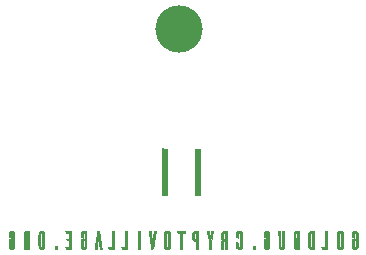
<source format=gbl>
G04 #@! TF.FileFunction,Copper,L2,Bot,Signal*
%FSLAX46Y46*%
G04 Gerber Fmt 4.6, Leading zero omitted, Abs format (unit mm)*
G04 Created by KiCad (PCBNEW 4.0.5) date Saturday, July 08, 2017 'AMt' 10:12:31 AM*
%MOMM*%
%LPD*%
G01*
G04 APERTURE LIST*
%ADD10C,0.100000*%
%ADD11C,0.010000*%
%ADD12C,4.000000*%
G04 APERTURE END LIST*
D10*
D11*
G36*
X130888875Y-81523351D02*
X131095250Y-81543250D01*
X131112042Y-83495875D01*
X131128835Y-85448500D01*
X130682500Y-85448500D01*
X130682500Y-81503454D01*
X130888875Y-81523351D01*
X130888875Y-81523351D01*
G37*
X130888875Y-81523351D02*
X131095250Y-81543250D01*
X131112042Y-83495875D01*
X131128835Y-85448500D01*
X130682500Y-85448500D01*
X130682500Y-81503454D01*
X130888875Y-81523351D01*
G36*
X133921000Y-85448500D02*
X133476500Y-85448500D01*
X133476500Y-81511500D01*
X133921000Y-81511500D01*
X133921000Y-85448500D01*
X133921000Y-85448500D01*
G37*
X133921000Y-85448500D02*
X133476500Y-85448500D01*
X133476500Y-81511500D01*
X133921000Y-81511500D01*
X133921000Y-85448500D01*
G36*
X118025037Y-88497878D02*
X118065917Y-88502925D01*
X118097773Y-88512821D01*
X118124475Y-88528782D01*
X118149890Y-88552024D01*
X118150668Y-88552841D01*
X118159779Y-88562365D01*
X118167689Y-88571216D01*
X118174483Y-88580597D01*
X118180245Y-88591710D01*
X118185060Y-88605760D01*
X118189014Y-88623950D01*
X118192190Y-88647482D01*
X118194675Y-88677561D01*
X118196552Y-88715390D01*
X118197906Y-88762172D01*
X118198822Y-88819110D01*
X118199385Y-88887408D01*
X118199680Y-88968268D01*
X118199792Y-89062896D01*
X118199805Y-89172492D01*
X118199800Y-89250000D01*
X118199806Y-89369640D01*
X118199768Y-89473551D01*
X118199600Y-89562938D01*
X118199218Y-89639005D01*
X118198536Y-89702958D01*
X118197471Y-89756001D01*
X118195937Y-89799337D01*
X118193849Y-89834173D01*
X118191123Y-89861712D01*
X118187673Y-89883160D01*
X118183415Y-89899720D01*
X118178264Y-89912597D01*
X118172135Y-89922997D01*
X118164943Y-89932123D01*
X118156604Y-89941180D01*
X118150668Y-89947451D01*
X118124786Y-89970792D01*
X118095962Y-89986931D01*
X118060618Y-89996951D01*
X118015177Y-90001933D01*
X117966967Y-90003016D01*
X117912131Y-90001633D01*
X117872247Y-89997554D01*
X117845519Y-89990589D01*
X117844200Y-89990035D01*
X117800276Y-89962454D01*
X117763903Y-89922674D01*
X117750291Y-89900154D01*
X117746116Y-89891096D01*
X117742726Y-89880617D01*
X117740040Y-89866961D01*
X117737977Y-89848371D01*
X117736456Y-89823089D01*
X117735395Y-89789359D01*
X117734714Y-89745423D01*
X117734331Y-89689526D01*
X117734165Y-89619909D01*
X117734134Y-89550519D01*
X117734134Y-89232297D01*
X117754915Y-89211515D01*
X117764080Y-89203140D01*
X117773999Y-89197382D01*
X117787846Y-89193751D01*
X117808796Y-89191758D01*
X117840023Y-89190916D01*
X117884702Y-89190734D01*
X117889851Y-89190733D01*
X118004005Y-89190733D01*
X117978424Y-89247151D01*
X117958762Y-89288790D01*
X117943076Y-89317200D01*
X117929474Y-89335036D01*
X117916061Y-89344953D01*
X117906171Y-89348507D01*
X117885552Y-89353682D01*
X117888160Y-89585296D01*
X117890767Y-89816910D01*
X117913819Y-89839948D01*
X117942928Y-89859194D01*
X117974205Y-89863570D01*
X118003681Y-89853086D01*
X118018864Y-89839654D01*
X118038934Y-89816322D01*
X118038934Y-88683677D01*
X118019884Y-88662030D01*
X117998310Y-88645046D01*
X117974394Y-88635315D01*
X117954238Y-88634397D01*
X117936013Y-88642365D01*
X117919360Y-88655781D01*
X117890767Y-88681314D01*
X117888066Y-88867495D01*
X117885366Y-89053675D01*
X117828800Y-89028553D01*
X117798290Y-89014773D01*
X117775159Y-89002442D01*
X117758386Y-88989053D01*
X117746948Y-88972101D01*
X117739825Y-88949080D01*
X117735996Y-88917483D01*
X117734439Y-88874804D01*
X117734134Y-88818537D01*
X117734134Y-88796224D01*
X117734471Y-88732285D01*
X117735881Y-88682629D01*
X117738957Y-88644612D01*
X117744294Y-88615590D01*
X117752487Y-88592921D01*
X117764130Y-88573959D01*
X117779819Y-88556062D01*
X117790508Y-88545599D01*
X117815917Y-88525014D01*
X117843792Y-88510810D01*
X117877815Y-88501988D01*
X117921668Y-88497546D01*
X117971266Y-88496467D01*
X118025037Y-88497878D01*
X118025037Y-88497878D01*
G37*
X118025037Y-88497878D02*
X118065917Y-88502925D01*
X118097773Y-88512821D01*
X118124475Y-88528782D01*
X118149890Y-88552024D01*
X118150668Y-88552841D01*
X118159779Y-88562365D01*
X118167689Y-88571216D01*
X118174483Y-88580597D01*
X118180245Y-88591710D01*
X118185060Y-88605760D01*
X118189014Y-88623950D01*
X118192190Y-88647482D01*
X118194675Y-88677561D01*
X118196552Y-88715390D01*
X118197906Y-88762172D01*
X118198822Y-88819110D01*
X118199385Y-88887408D01*
X118199680Y-88968268D01*
X118199792Y-89062896D01*
X118199805Y-89172492D01*
X118199800Y-89250000D01*
X118199806Y-89369640D01*
X118199768Y-89473551D01*
X118199600Y-89562938D01*
X118199218Y-89639005D01*
X118198536Y-89702958D01*
X118197471Y-89756001D01*
X118195937Y-89799337D01*
X118193849Y-89834173D01*
X118191123Y-89861712D01*
X118187673Y-89883160D01*
X118183415Y-89899720D01*
X118178264Y-89912597D01*
X118172135Y-89922997D01*
X118164943Y-89932123D01*
X118156604Y-89941180D01*
X118150668Y-89947451D01*
X118124786Y-89970792D01*
X118095962Y-89986931D01*
X118060618Y-89996951D01*
X118015177Y-90001933D01*
X117966967Y-90003016D01*
X117912131Y-90001633D01*
X117872247Y-89997554D01*
X117845519Y-89990589D01*
X117844200Y-89990035D01*
X117800276Y-89962454D01*
X117763903Y-89922674D01*
X117750291Y-89900154D01*
X117746116Y-89891096D01*
X117742726Y-89880617D01*
X117740040Y-89866961D01*
X117737977Y-89848371D01*
X117736456Y-89823089D01*
X117735395Y-89789359D01*
X117734714Y-89745423D01*
X117734331Y-89689526D01*
X117734165Y-89619909D01*
X117734134Y-89550519D01*
X117734134Y-89232297D01*
X117754915Y-89211515D01*
X117764080Y-89203140D01*
X117773999Y-89197382D01*
X117787846Y-89193751D01*
X117808796Y-89191758D01*
X117840023Y-89190916D01*
X117884702Y-89190734D01*
X117889851Y-89190733D01*
X118004005Y-89190733D01*
X117978424Y-89247151D01*
X117958762Y-89288790D01*
X117943076Y-89317200D01*
X117929474Y-89335036D01*
X117916061Y-89344953D01*
X117906171Y-89348507D01*
X117885552Y-89353682D01*
X117888160Y-89585296D01*
X117890767Y-89816910D01*
X117913819Y-89839948D01*
X117942928Y-89859194D01*
X117974205Y-89863570D01*
X118003681Y-89853086D01*
X118018864Y-89839654D01*
X118038934Y-89816322D01*
X118038934Y-88683677D01*
X118019884Y-88662030D01*
X117998310Y-88645046D01*
X117974394Y-88635315D01*
X117954238Y-88634397D01*
X117936013Y-88642365D01*
X117919360Y-88655781D01*
X117890767Y-88681314D01*
X117888066Y-88867495D01*
X117885366Y-89053675D01*
X117828800Y-89028553D01*
X117798290Y-89014773D01*
X117775159Y-89002442D01*
X117758386Y-88989053D01*
X117746948Y-88972101D01*
X117739825Y-88949080D01*
X117735996Y-88917483D01*
X117734439Y-88874804D01*
X117734134Y-88818537D01*
X117734134Y-88796224D01*
X117734471Y-88732285D01*
X117735881Y-88682629D01*
X117738957Y-88644612D01*
X117744294Y-88615590D01*
X117752487Y-88592921D01*
X117764130Y-88573959D01*
X117779819Y-88556062D01*
X117790508Y-88545599D01*
X117815917Y-88525014D01*
X117843792Y-88510810D01*
X117877815Y-88501988D01*
X117921668Y-88497546D01*
X117971266Y-88496467D01*
X118025037Y-88497878D01*
G36*
X120523909Y-88496321D02*
X120570071Y-88499374D01*
X120608773Y-88504885D01*
X120634039Y-88512257D01*
X120671536Y-88536445D01*
X120704188Y-88570497D01*
X120726939Y-88608754D01*
X120731375Y-88621209D01*
X120733355Y-88635067D01*
X120735017Y-88662215D01*
X120736364Y-88703108D01*
X120737403Y-88758199D01*
X120738138Y-88827939D01*
X120738573Y-88912782D01*
X120738713Y-89013182D01*
X120738563Y-89129590D01*
X120738128Y-89262460D01*
X120738107Y-89267556D01*
X120735567Y-89882013D01*
X120712211Y-89917301D01*
X120689746Y-89944600D01*
X120662058Y-89969843D01*
X120653604Y-89975944D01*
X120638489Y-89985383D01*
X120624231Y-89991943D01*
X120607293Y-89996223D01*
X120584139Y-89998823D01*
X120551232Y-90000343D01*
X120505036Y-90001381D01*
X120503393Y-90001411D01*
X120451733Y-90001853D01*
X120413827Y-90000830D01*
X120386538Y-89998104D01*
X120366731Y-89993434D01*
X120358800Y-89990361D01*
X120314244Y-89961949D01*
X120277676Y-89921474D01*
X120264891Y-89900154D01*
X120261827Y-89893608D01*
X120259176Y-89885926D01*
X120256909Y-89875906D01*
X120254995Y-89862346D01*
X120253405Y-89844044D01*
X120252109Y-89819797D01*
X120251077Y-89788403D01*
X120250278Y-89748661D01*
X120249685Y-89699368D01*
X120249265Y-89639322D01*
X120248990Y-89567320D01*
X120248830Y-89482162D01*
X120248754Y-89382644D01*
X120248734Y-89267564D01*
X120248734Y-89250000D01*
X120248734Y-89249258D01*
X120409600Y-89249258D01*
X120409632Y-89361835D01*
X120409748Y-89458696D01*
X120409975Y-89541056D01*
X120410343Y-89610131D01*
X120410879Y-89667139D01*
X120411612Y-89713296D01*
X120412570Y-89749818D01*
X120413781Y-89777921D01*
X120415275Y-89798821D01*
X120417079Y-89813736D01*
X120419221Y-89823881D01*
X120421730Y-89830473D01*
X120423206Y-89832924D01*
X120449253Y-89856584D01*
X120482548Y-89866700D01*
X120519236Y-89862514D01*
X120536770Y-89855279D01*
X120556986Y-89841296D01*
X120570216Y-89826202D01*
X120572200Y-89813829D01*
X120573933Y-89784708D01*
X120575415Y-89739027D01*
X120576640Y-89676968D01*
X120577607Y-89598718D01*
X120578313Y-89504462D01*
X120578755Y-89394383D01*
X120578930Y-89268668D01*
X120578934Y-89248207D01*
X120578949Y-89134356D01*
X120578928Y-89036229D01*
X120578772Y-88952615D01*
X120578379Y-88882307D01*
X120577649Y-88824093D01*
X120576483Y-88776765D01*
X120574780Y-88739113D01*
X120572440Y-88709928D01*
X120569363Y-88687999D01*
X120565449Y-88672118D01*
X120560597Y-88661075D01*
X120554708Y-88653660D01*
X120547680Y-88648664D01*
X120539415Y-88644877D01*
X120529811Y-88641090D01*
X120528612Y-88640598D01*
X120494055Y-88633903D01*
X120459763Y-88639982D01*
X120431811Y-88657496D01*
X120426900Y-88663023D01*
X120423482Y-88667706D01*
X120420546Y-88673247D01*
X120418056Y-88680891D01*
X120415976Y-88691883D01*
X120414268Y-88707469D01*
X120412896Y-88728892D01*
X120411823Y-88757399D01*
X120411012Y-88794234D01*
X120410427Y-88840641D01*
X120410031Y-88897867D01*
X120409787Y-88967155D01*
X120409658Y-89049752D01*
X120409608Y-89146901D01*
X120409600Y-89249258D01*
X120248734Y-89249258D01*
X120248749Y-89132627D01*
X120248815Y-89030986D01*
X120248961Y-88943873D01*
X120249218Y-88870088D01*
X120249616Y-88808427D01*
X120250183Y-88757689D01*
X120250950Y-88716672D01*
X120251948Y-88684173D01*
X120253205Y-88658990D01*
X120254752Y-88639921D01*
X120256618Y-88625765D01*
X120258834Y-88615318D01*
X120261429Y-88607379D01*
X120264433Y-88600746D01*
X120264891Y-88599846D01*
X120296575Y-88554940D01*
X120338491Y-88520852D01*
X120360645Y-88509616D01*
X120388654Y-88502373D01*
X120428401Y-88497773D01*
X120475086Y-88495772D01*
X120523909Y-88496321D01*
X120523909Y-88496321D01*
G37*
X120523909Y-88496321D02*
X120570071Y-88499374D01*
X120608773Y-88504885D01*
X120634039Y-88512257D01*
X120671536Y-88536445D01*
X120704188Y-88570497D01*
X120726939Y-88608754D01*
X120731375Y-88621209D01*
X120733355Y-88635067D01*
X120735017Y-88662215D01*
X120736364Y-88703108D01*
X120737403Y-88758199D01*
X120738138Y-88827939D01*
X120738573Y-88912782D01*
X120738713Y-89013182D01*
X120738563Y-89129590D01*
X120738128Y-89262460D01*
X120738107Y-89267556D01*
X120735567Y-89882013D01*
X120712211Y-89917301D01*
X120689746Y-89944600D01*
X120662058Y-89969843D01*
X120653604Y-89975944D01*
X120638489Y-89985383D01*
X120624231Y-89991943D01*
X120607293Y-89996223D01*
X120584139Y-89998823D01*
X120551232Y-90000343D01*
X120505036Y-90001381D01*
X120503393Y-90001411D01*
X120451733Y-90001853D01*
X120413827Y-90000830D01*
X120386538Y-89998104D01*
X120366731Y-89993434D01*
X120358800Y-89990361D01*
X120314244Y-89961949D01*
X120277676Y-89921474D01*
X120264891Y-89900154D01*
X120261827Y-89893608D01*
X120259176Y-89885926D01*
X120256909Y-89875906D01*
X120254995Y-89862346D01*
X120253405Y-89844044D01*
X120252109Y-89819797D01*
X120251077Y-89788403D01*
X120250278Y-89748661D01*
X120249685Y-89699368D01*
X120249265Y-89639322D01*
X120248990Y-89567320D01*
X120248830Y-89482162D01*
X120248754Y-89382644D01*
X120248734Y-89267564D01*
X120248734Y-89250000D01*
X120248734Y-89249258D01*
X120409600Y-89249258D01*
X120409632Y-89361835D01*
X120409748Y-89458696D01*
X120409975Y-89541056D01*
X120410343Y-89610131D01*
X120410879Y-89667139D01*
X120411612Y-89713296D01*
X120412570Y-89749818D01*
X120413781Y-89777921D01*
X120415275Y-89798821D01*
X120417079Y-89813736D01*
X120419221Y-89823881D01*
X120421730Y-89830473D01*
X120423206Y-89832924D01*
X120449253Y-89856584D01*
X120482548Y-89866700D01*
X120519236Y-89862514D01*
X120536770Y-89855279D01*
X120556986Y-89841296D01*
X120570216Y-89826202D01*
X120572200Y-89813829D01*
X120573933Y-89784708D01*
X120575415Y-89739027D01*
X120576640Y-89676968D01*
X120577607Y-89598718D01*
X120578313Y-89504462D01*
X120578755Y-89394383D01*
X120578930Y-89268668D01*
X120578934Y-89248207D01*
X120578949Y-89134356D01*
X120578928Y-89036229D01*
X120578772Y-88952615D01*
X120578379Y-88882307D01*
X120577649Y-88824093D01*
X120576483Y-88776765D01*
X120574780Y-88739113D01*
X120572440Y-88709928D01*
X120569363Y-88687999D01*
X120565449Y-88672118D01*
X120560597Y-88661075D01*
X120554708Y-88653660D01*
X120547680Y-88648664D01*
X120539415Y-88644877D01*
X120529811Y-88641090D01*
X120528612Y-88640598D01*
X120494055Y-88633903D01*
X120459763Y-88639982D01*
X120431811Y-88657496D01*
X120426900Y-88663023D01*
X120423482Y-88667706D01*
X120420546Y-88673247D01*
X120418056Y-88680891D01*
X120415976Y-88691883D01*
X120414268Y-88707469D01*
X120412896Y-88728892D01*
X120411823Y-88757399D01*
X120411012Y-88794234D01*
X120410427Y-88840641D01*
X120410031Y-88897867D01*
X120409787Y-88967155D01*
X120409658Y-89049752D01*
X120409608Y-89146901D01*
X120409600Y-89249258D01*
X120248734Y-89249258D01*
X120248749Y-89132627D01*
X120248815Y-89030986D01*
X120248961Y-88943873D01*
X120249218Y-88870088D01*
X120249616Y-88808427D01*
X120250183Y-88757689D01*
X120250950Y-88716672D01*
X120251948Y-88684173D01*
X120253205Y-88658990D01*
X120254752Y-88639921D01*
X120256618Y-88625765D01*
X120258834Y-88615318D01*
X120261429Y-88607379D01*
X120264433Y-88600746D01*
X120264891Y-88599846D01*
X120296575Y-88554940D01*
X120338491Y-88520852D01*
X120360645Y-88509616D01*
X120388654Y-88502373D01*
X120428401Y-88497773D01*
X120475086Y-88495772D01*
X120523909Y-88496321D01*
G36*
X124229350Y-88527299D02*
X124259605Y-88555455D01*
X124284605Y-88589790D01*
X124287333Y-88594797D01*
X124308500Y-88635697D01*
X124310839Y-89232018D01*
X124311308Y-89352901D01*
X124311641Y-89458055D01*
X124311748Y-89548687D01*
X124311536Y-89626003D01*
X124310913Y-89691207D01*
X124309790Y-89745506D01*
X124308073Y-89790104D01*
X124305672Y-89826208D01*
X124302495Y-89855022D01*
X124298450Y-89877754D01*
X124293446Y-89895607D01*
X124287393Y-89909787D01*
X124280197Y-89921500D01*
X124271768Y-89931952D01*
X124262014Y-89942348D01*
X124256509Y-89948007D01*
X124232525Y-89969352D01*
X124207447Y-89986681D01*
X124197313Y-89991847D01*
X124175831Y-89996910D01*
X124142250Y-90000495D01*
X124101315Y-90002556D01*
X124057767Y-90003048D01*
X124016350Y-90001927D01*
X123981808Y-89999148D01*
X123958882Y-89994666D01*
X123957387Y-89994113D01*
X123913389Y-89967947D01*
X123876983Y-89929140D01*
X123858444Y-89897189D01*
X123838000Y-89852534D01*
X123840417Y-89537812D01*
X123842834Y-89223089D01*
X123862821Y-89206911D01*
X123873001Y-89200235D01*
X123886229Y-89195666D01*
X123905666Y-89192821D01*
X123934471Y-89191317D01*
X123975802Y-89190770D01*
X123996171Y-89190733D01*
X124037769Y-89190963D01*
X124072505Y-89191594D01*
X124097284Y-89192536D01*
X124109006Y-89193699D01*
X124109534Y-89194016D01*
X124106254Y-89202728D01*
X124097581Y-89222770D01*
X124085265Y-89250121D01*
X124082846Y-89255399D01*
X124059264Y-89301586D01*
X124037792Y-89333207D01*
X124019021Y-89349472D01*
X124010691Y-89351600D01*
X124006925Y-89359628D01*
X124003841Y-89381983D01*
X124001432Y-89416073D01*
X123999691Y-89459307D01*
X123998613Y-89509092D01*
X123998191Y-89562837D01*
X123998420Y-89617949D01*
X123999293Y-89671837D01*
X124000804Y-89721907D01*
X124002947Y-89765570D01*
X124005715Y-89800232D01*
X124009103Y-89823301D01*
X124011830Y-89831149D01*
X124036721Y-89853814D01*
X124067989Y-89864037D01*
X124099970Y-89860032D01*
X124101466Y-89859434D01*
X124111228Y-89855415D01*
X124119641Y-89851222D01*
X124126805Y-89845644D01*
X124132821Y-89837470D01*
X124137790Y-89825488D01*
X124141810Y-89808488D01*
X124144983Y-89785258D01*
X124147408Y-89754587D01*
X124149186Y-89715263D01*
X124150416Y-89666076D01*
X124151200Y-89605814D01*
X124151637Y-89533265D01*
X124151827Y-89447219D01*
X124151870Y-89346464D01*
X124151867Y-89250000D01*
X124151869Y-89136010D01*
X124151808Y-89037742D01*
X124151585Y-88953985D01*
X124151098Y-88883528D01*
X124150248Y-88825159D01*
X124148935Y-88777666D01*
X124147058Y-88739840D01*
X124144518Y-88710468D01*
X124141213Y-88688339D01*
X124137045Y-88672242D01*
X124131912Y-88660966D01*
X124125715Y-88653299D01*
X124118353Y-88648030D01*
X124109727Y-88643948D01*
X124101466Y-88640565D01*
X124077490Y-88634179D01*
X124054786Y-88638602D01*
X124050548Y-88640284D01*
X124036048Y-88646757D01*
X124024873Y-88654098D01*
X124016532Y-88664478D01*
X124010532Y-88680068D01*
X124006380Y-88703038D01*
X124003585Y-88735558D01*
X124001654Y-88779800D01*
X124000096Y-88837934D01*
X123999467Y-88865540D01*
X123995234Y-89054259D01*
X123927412Y-89022366D01*
X123888652Y-89002520D01*
X123863758Y-88985582D01*
X123850300Y-88969849D01*
X123849096Y-88967438D01*
X123844481Y-88948174D01*
X123841211Y-88913338D01*
X123839259Y-88862496D01*
X123838600Y-88795211D01*
X123838600Y-88793920D01*
X123838689Y-88739836D01*
X123839196Y-88699631D01*
X123840484Y-88670250D01*
X123842915Y-88648640D01*
X123846851Y-88631745D01*
X123852654Y-88616512D01*
X123860686Y-88599885D01*
X123861884Y-88597520D01*
X123893005Y-88551735D01*
X123921880Y-88526152D01*
X123936974Y-88516030D01*
X123950317Y-88509025D01*
X123965374Y-88504565D01*
X123985613Y-88502075D01*
X124014498Y-88500980D01*
X124055495Y-88500707D01*
X124075563Y-88500700D01*
X124192534Y-88500700D01*
X124229350Y-88527299D01*
X124229350Y-88527299D01*
G37*
X124229350Y-88527299D02*
X124259605Y-88555455D01*
X124284605Y-88589790D01*
X124287333Y-88594797D01*
X124308500Y-88635697D01*
X124310839Y-89232018D01*
X124311308Y-89352901D01*
X124311641Y-89458055D01*
X124311748Y-89548687D01*
X124311536Y-89626003D01*
X124310913Y-89691207D01*
X124309790Y-89745506D01*
X124308073Y-89790104D01*
X124305672Y-89826208D01*
X124302495Y-89855022D01*
X124298450Y-89877754D01*
X124293446Y-89895607D01*
X124287393Y-89909787D01*
X124280197Y-89921500D01*
X124271768Y-89931952D01*
X124262014Y-89942348D01*
X124256509Y-89948007D01*
X124232525Y-89969352D01*
X124207447Y-89986681D01*
X124197313Y-89991847D01*
X124175831Y-89996910D01*
X124142250Y-90000495D01*
X124101315Y-90002556D01*
X124057767Y-90003048D01*
X124016350Y-90001927D01*
X123981808Y-89999148D01*
X123958882Y-89994666D01*
X123957387Y-89994113D01*
X123913389Y-89967947D01*
X123876983Y-89929140D01*
X123858444Y-89897189D01*
X123838000Y-89852534D01*
X123840417Y-89537812D01*
X123842834Y-89223089D01*
X123862821Y-89206911D01*
X123873001Y-89200235D01*
X123886229Y-89195666D01*
X123905666Y-89192821D01*
X123934471Y-89191317D01*
X123975802Y-89190770D01*
X123996171Y-89190733D01*
X124037769Y-89190963D01*
X124072505Y-89191594D01*
X124097284Y-89192536D01*
X124109006Y-89193699D01*
X124109534Y-89194016D01*
X124106254Y-89202728D01*
X124097581Y-89222770D01*
X124085265Y-89250121D01*
X124082846Y-89255399D01*
X124059264Y-89301586D01*
X124037792Y-89333207D01*
X124019021Y-89349472D01*
X124010691Y-89351600D01*
X124006925Y-89359628D01*
X124003841Y-89381983D01*
X124001432Y-89416073D01*
X123999691Y-89459307D01*
X123998613Y-89509092D01*
X123998191Y-89562837D01*
X123998420Y-89617949D01*
X123999293Y-89671837D01*
X124000804Y-89721907D01*
X124002947Y-89765570D01*
X124005715Y-89800232D01*
X124009103Y-89823301D01*
X124011830Y-89831149D01*
X124036721Y-89853814D01*
X124067989Y-89864037D01*
X124099970Y-89860032D01*
X124101466Y-89859434D01*
X124111228Y-89855415D01*
X124119641Y-89851222D01*
X124126805Y-89845644D01*
X124132821Y-89837470D01*
X124137790Y-89825488D01*
X124141810Y-89808488D01*
X124144983Y-89785258D01*
X124147408Y-89754587D01*
X124149186Y-89715263D01*
X124150416Y-89666076D01*
X124151200Y-89605814D01*
X124151637Y-89533265D01*
X124151827Y-89447219D01*
X124151870Y-89346464D01*
X124151867Y-89250000D01*
X124151869Y-89136010D01*
X124151808Y-89037742D01*
X124151585Y-88953985D01*
X124151098Y-88883528D01*
X124150248Y-88825159D01*
X124148935Y-88777666D01*
X124147058Y-88739840D01*
X124144518Y-88710468D01*
X124141213Y-88688339D01*
X124137045Y-88672242D01*
X124131912Y-88660966D01*
X124125715Y-88653299D01*
X124118353Y-88648030D01*
X124109727Y-88643948D01*
X124101466Y-88640565D01*
X124077490Y-88634179D01*
X124054786Y-88638602D01*
X124050548Y-88640284D01*
X124036048Y-88646757D01*
X124024873Y-88654098D01*
X124016532Y-88664478D01*
X124010532Y-88680068D01*
X124006380Y-88703038D01*
X124003585Y-88735558D01*
X124001654Y-88779800D01*
X124000096Y-88837934D01*
X123999467Y-88865540D01*
X123995234Y-89054259D01*
X123927412Y-89022366D01*
X123888652Y-89002520D01*
X123863758Y-88985582D01*
X123850300Y-88969849D01*
X123849096Y-88967438D01*
X123844481Y-88948174D01*
X123841211Y-88913338D01*
X123839259Y-88862496D01*
X123838600Y-88795211D01*
X123838600Y-88793920D01*
X123838689Y-88739836D01*
X123839196Y-88699631D01*
X123840484Y-88670250D01*
X123842915Y-88648640D01*
X123846851Y-88631745D01*
X123852654Y-88616512D01*
X123860686Y-88599885D01*
X123861884Y-88597520D01*
X123893005Y-88551735D01*
X123921880Y-88526152D01*
X123936974Y-88516030D01*
X123950317Y-88509025D01*
X123965374Y-88504565D01*
X123985613Y-88502075D01*
X124014498Y-88500980D01*
X124055495Y-88500707D01*
X124075563Y-88500700D01*
X124192534Y-88500700D01*
X124229350Y-88527299D01*
G36*
X131129696Y-88497795D02*
X131137061Y-88497959D01*
X131183905Y-88499194D01*
X131217309Y-88500762D01*
X131240767Y-88503302D01*
X131257769Y-88507457D01*
X131271808Y-88513867D01*
X131286376Y-88523172D01*
X131290691Y-88526152D01*
X131328162Y-88562001D01*
X131350650Y-88597520D01*
X131373933Y-88643436D01*
X131373933Y-89857666D01*
X131350283Y-89902938D01*
X131322498Y-89943855D01*
X131290324Y-89973755D01*
X131275444Y-89983832D01*
X131262034Y-89990898D01*
X131246686Y-89995564D01*
X131225995Y-89998435D01*
X131196554Y-90000122D01*
X131154957Y-90001230D01*
X131134058Y-90001650D01*
X131086394Y-90002441D01*
X131052183Y-90002349D01*
X131027951Y-90000943D01*
X131010224Y-89997789D01*
X130995527Y-89992455D01*
X130980386Y-89984511D01*
X130976000Y-89981995D01*
X130934808Y-89952708D01*
X130906620Y-89918236D01*
X130887510Y-89873754D01*
X130887240Y-89872880D01*
X130884680Y-89862565D01*
X130882474Y-89848667D01*
X130880598Y-89829969D01*
X130879026Y-89805251D01*
X130877734Y-89773296D01*
X130876696Y-89732885D01*
X130875887Y-89682798D01*
X130875282Y-89621819D01*
X130874856Y-89548727D01*
X130874584Y-89462305D01*
X130874440Y-89361334D01*
X130874400Y-89250000D01*
X130874413Y-89130812D01*
X130874515Y-89027339D01*
X130874795Y-88938363D01*
X130875348Y-88862666D01*
X130876264Y-88799028D01*
X130877635Y-88746233D01*
X130879553Y-88703061D01*
X130881150Y-88681344D01*
X131039500Y-88681344D01*
X131039500Y-89248416D01*
X131039512Y-89360242D01*
X131039570Y-89456369D01*
X131039711Y-89538032D01*
X131039970Y-89606466D01*
X131040382Y-89662906D01*
X131040985Y-89708585D01*
X131041812Y-89744740D01*
X131042901Y-89772604D01*
X131044286Y-89793413D01*
X131046003Y-89808400D01*
X131048088Y-89818801D01*
X131050577Y-89825851D01*
X131053505Y-89830784D01*
X131056433Y-89834310D01*
X131088277Y-89858690D01*
X131124318Y-89867255D01*
X131162034Y-89859521D01*
X131169506Y-89856001D01*
X131190065Y-89839803D01*
X131202952Y-89821736D01*
X131205139Y-89812202D01*
X131207023Y-89793300D01*
X131208620Y-89764153D01*
X131209945Y-89723883D01*
X131211013Y-89671610D01*
X131211841Y-89606458D01*
X131212443Y-89527546D01*
X131212836Y-89433997D01*
X131213034Y-89324933D01*
X131213067Y-89250000D01*
X131212980Y-89130987D01*
X131212708Y-89028028D01*
X131212236Y-88940245D01*
X131211548Y-88866759D01*
X131210629Y-88806692D01*
X131209463Y-88759166D01*
X131208035Y-88723302D01*
X131206329Y-88698222D01*
X131204330Y-88683047D01*
X131202952Y-88678263D01*
X131182494Y-88651598D01*
X131153349Y-88636429D01*
X131119869Y-88633448D01*
X131086405Y-88643349D01*
X131067150Y-88656639D01*
X131039500Y-88681344D01*
X130881150Y-88681344D01*
X130882110Y-88668295D01*
X130885397Y-88640716D01*
X130889508Y-88619105D01*
X130894532Y-88602245D01*
X130900563Y-88588918D01*
X130907693Y-88577904D01*
X130916012Y-88567986D01*
X130925613Y-88557946D01*
X130926654Y-88556881D01*
X130951269Y-88533678D01*
X130974935Y-88517117D01*
X131001131Y-88506222D01*
X131033338Y-88500020D01*
X131075033Y-88497536D01*
X131129696Y-88497795D01*
X131129696Y-88497795D01*
G37*
X131129696Y-88497795D02*
X131137061Y-88497959D01*
X131183905Y-88499194D01*
X131217309Y-88500762D01*
X131240767Y-88503302D01*
X131257769Y-88507457D01*
X131271808Y-88513867D01*
X131286376Y-88523172D01*
X131290691Y-88526152D01*
X131328162Y-88562001D01*
X131350650Y-88597520D01*
X131373933Y-88643436D01*
X131373933Y-89857666D01*
X131350283Y-89902938D01*
X131322498Y-89943855D01*
X131290324Y-89973755D01*
X131275444Y-89983832D01*
X131262034Y-89990898D01*
X131246686Y-89995564D01*
X131225995Y-89998435D01*
X131196554Y-90000122D01*
X131154957Y-90001230D01*
X131134058Y-90001650D01*
X131086394Y-90002441D01*
X131052183Y-90002349D01*
X131027951Y-90000943D01*
X131010224Y-89997789D01*
X130995527Y-89992455D01*
X130980386Y-89984511D01*
X130976000Y-89981995D01*
X130934808Y-89952708D01*
X130906620Y-89918236D01*
X130887510Y-89873754D01*
X130887240Y-89872880D01*
X130884680Y-89862565D01*
X130882474Y-89848667D01*
X130880598Y-89829969D01*
X130879026Y-89805251D01*
X130877734Y-89773296D01*
X130876696Y-89732885D01*
X130875887Y-89682798D01*
X130875282Y-89621819D01*
X130874856Y-89548727D01*
X130874584Y-89462305D01*
X130874440Y-89361334D01*
X130874400Y-89250000D01*
X130874413Y-89130812D01*
X130874515Y-89027339D01*
X130874795Y-88938363D01*
X130875348Y-88862666D01*
X130876264Y-88799028D01*
X130877635Y-88746233D01*
X130879553Y-88703061D01*
X130881150Y-88681344D01*
X131039500Y-88681344D01*
X131039500Y-89248416D01*
X131039512Y-89360242D01*
X131039570Y-89456369D01*
X131039711Y-89538032D01*
X131039970Y-89606466D01*
X131040382Y-89662906D01*
X131040985Y-89708585D01*
X131041812Y-89744740D01*
X131042901Y-89772604D01*
X131044286Y-89793413D01*
X131046003Y-89808400D01*
X131048088Y-89818801D01*
X131050577Y-89825851D01*
X131053505Y-89830784D01*
X131056433Y-89834310D01*
X131088277Y-89858690D01*
X131124318Y-89867255D01*
X131162034Y-89859521D01*
X131169506Y-89856001D01*
X131190065Y-89839803D01*
X131202952Y-89821736D01*
X131205139Y-89812202D01*
X131207023Y-89793300D01*
X131208620Y-89764153D01*
X131209945Y-89723883D01*
X131211013Y-89671610D01*
X131211841Y-89606458D01*
X131212443Y-89527546D01*
X131212836Y-89433997D01*
X131213034Y-89324933D01*
X131213067Y-89250000D01*
X131212980Y-89130987D01*
X131212708Y-89028028D01*
X131212236Y-88940245D01*
X131211548Y-88866759D01*
X131210629Y-88806692D01*
X131209463Y-88759166D01*
X131208035Y-88723302D01*
X131206329Y-88698222D01*
X131204330Y-88683047D01*
X131202952Y-88678263D01*
X131182494Y-88651598D01*
X131153349Y-88636429D01*
X131119869Y-88633448D01*
X131086405Y-88643349D01*
X131067150Y-88656639D01*
X131039500Y-88681344D01*
X130881150Y-88681344D01*
X130882110Y-88668295D01*
X130885397Y-88640716D01*
X130889508Y-88619105D01*
X130894532Y-88602245D01*
X130900563Y-88588918D01*
X130907693Y-88577904D01*
X130916012Y-88567986D01*
X130925613Y-88557946D01*
X130926654Y-88556881D01*
X130951269Y-88533678D01*
X130974935Y-88517117D01*
X131001131Y-88506222D01*
X131033338Y-88500020D01*
X131075033Y-88497536D01*
X131129696Y-88497795D01*
G36*
X137279995Y-88497374D02*
X137318375Y-88500841D01*
X137347828Y-88507986D01*
X137372326Y-88519928D01*
X137395843Y-88537785D01*
X137405092Y-88546116D01*
X137425445Y-88569271D01*
X137443521Y-88596499D01*
X137445309Y-88599846D01*
X137448373Y-88606392D01*
X137451024Y-88614073D01*
X137453292Y-88624093D01*
X137455205Y-88637653D01*
X137456795Y-88655956D01*
X137458092Y-88680203D01*
X137459124Y-88711596D01*
X137459922Y-88751339D01*
X137460516Y-88800632D01*
X137460935Y-88860678D01*
X137461210Y-88932679D01*
X137461370Y-89017838D01*
X137461446Y-89117356D01*
X137461467Y-89232436D01*
X137461467Y-89250000D01*
X137461451Y-89367372D01*
X137461385Y-89469014D01*
X137461239Y-89556126D01*
X137460982Y-89629912D01*
X137460585Y-89691572D01*
X137460017Y-89742310D01*
X137459250Y-89783328D01*
X137458253Y-89815827D01*
X137456995Y-89841010D01*
X137455449Y-89860078D01*
X137453582Y-89874235D01*
X137451367Y-89884681D01*
X137448772Y-89892620D01*
X137445768Y-89899254D01*
X137445309Y-89900154D01*
X137413888Y-89944325D01*
X137371185Y-89980026D01*
X137353937Y-89989867D01*
X137328221Y-89997576D01*
X137290695Y-90002386D01*
X137246228Y-90004342D01*
X137199684Y-90003491D01*
X137155932Y-89999877D01*
X137119837Y-89993549D01*
X137101634Y-89987482D01*
X137073927Y-89971286D01*
X137048806Y-89951343D01*
X137044933Y-89947451D01*
X137030415Y-89930938D01*
X137019064Y-89914492D01*
X137010494Y-89895824D01*
X137004318Y-89872650D01*
X137000150Y-89842682D01*
X136997604Y-89803634D01*
X136996294Y-89753220D01*
X136995833Y-89689153D01*
X136995800Y-89656558D01*
X136995800Y-89452973D01*
X137023317Y-89464606D01*
X137075062Y-89487678D01*
X137111003Y-89506506D01*
X137131655Y-89521377D01*
X137136648Y-89527901D01*
X137139195Y-89540893D01*
X137141888Y-89567601D01*
X137144487Y-89604811D01*
X137146754Y-89649310D01*
X137147900Y-89679513D01*
X137149672Y-89730660D01*
X137151411Y-89767723D01*
X137153605Y-89793541D01*
X137156743Y-89810954D01*
X137161313Y-89822804D01*
X137167804Y-89831929D01*
X137175486Y-89839956D01*
X137205279Y-89859412D01*
X137237541Y-89862989D01*
X137268863Y-89850687D01*
X137281781Y-89839934D01*
X137304834Y-89816882D01*
X137304834Y-88683118D01*
X137281781Y-88660066D01*
X137251999Y-88640597D01*
X137219740Y-88637007D01*
X137188411Y-88649296D01*
X137175486Y-88660045D01*
X137152434Y-88683077D01*
X137148200Y-88864282D01*
X137143967Y-89045487D01*
X137083841Y-89017621D01*
X137054890Y-89003905D01*
X137033103Y-88991514D01*
X137017461Y-88977871D01*
X137006947Y-88960399D01*
X137000542Y-88936523D01*
X136997228Y-88903665D01*
X136995987Y-88859250D01*
X136995800Y-88800701D01*
X136995800Y-88794877D01*
X136996222Y-88731401D01*
X136997854Y-88682142D01*
X137001245Y-88644397D01*
X137006943Y-88615463D01*
X137015497Y-88592638D01*
X137027456Y-88573217D01*
X137043368Y-88554499D01*
X137044933Y-88552841D01*
X137069621Y-88529893D01*
X137095263Y-88513939D01*
X137125613Y-88503826D01*
X137164426Y-88498404D01*
X137215455Y-88496520D01*
X137228717Y-88496467D01*
X137279995Y-88497374D01*
X137279995Y-88497374D01*
G37*
X137279995Y-88497374D02*
X137318375Y-88500841D01*
X137347828Y-88507986D01*
X137372326Y-88519928D01*
X137395843Y-88537785D01*
X137405092Y-88546116D01*
X137425445Y-88569271D01*
X137443521Y-88596499D01*
X137445309Y-88599846D01*
X137448373Y-88606392D01*
X137451024Y-88614073D01*
X137453292Y-88624093D01*
X137455205Y-88637653D01*
X137456795Y-88655956D01*
X137458092Y-88680203D01*
X137459124Y-88711596D01*
X137459922Y-88751339D01*
X137460516Y-88800632D01*
X137460935Y-88860678D01*
X137461210Y-88932679D01*
X137461370Y-89017838D01*
X137461446Y-89117356D01*
X137461467Y-89232436D01*
X137461467Y-89250000D01*
X137461451Y-89367372D01*
X137461385Y-89469014D01*
X137461239Y-89556126D01*
X137460982Y-89629912D01*
X137460585Y-89691572D01*
X137460017Y-89742310D01*
X137459250Y-89783328D01*
X137458253Y-89815827D01*
X137456995Y-89841010D01*
X137455449Y-89860078D01*
X137453582Y-89874235D01*
X137451367Y-89884681D01*
X137448772Y-89892620D01*
X137445768Y-89899254D01*
X137445309Y-89900154D01*
X137413888Y-89944325D01*
X137371185Y-89980026D01*
X137353937Y-89989867D01*
X137328221Y-89997576D01*
X137290695Y-90002386D01*
X137246228Y-90004342D01*
X137199684Y-90003491D01*
X137155932Y-89999877D01*
X137119837Y-89993549D01*
X137101634Y-89987482D01*
X137073927Y-89971286D01*
X137048806Y-89951343D01*
X137044933Y-89947451D01*
X137030415Y-89930938D01*
X137019064Y-89914492D01*
X137010494Y-89895824D01*
X137004318Y-89872650D01*
X137000150Y-89842682D01*
X136997604Y-89803634D01*
X136996294Y-89753220D01*
X136995833Y-89689153D01*
X136995800Y-89656558D01*
X136995800Y-89452973D01*
X137023317Y-89464606D01*
X137075062Y-89487678D01*
X137111003Y-89506506D01*
X137131655Y-89521377D01*
X137136648Y-89527901D01*
X137139195Y-89540893D01*
X137141888Y-89567601D01*
X137144487Y-89604811D01*
X137146754Y-89649310D01*
X137147900Y-89679513D01*
X137149672Y-89730660D01*
X137151411Y-89767723D01*
X137153605Y-89793541D01*
X137156743Y-89810954D01*
X137161313Y-89822804D01*
X137167804Y-89831929D01*
X137175486Y-89839956D01*
X137205279Y-89859412D01*
X137237541Y-89862989D01*
X137268863Y-89850687D01*
X137281781Y-89839934D01*
X137304834Y-89816882D01*
X137304834Y-88683118D01*
X137281781Y-88660066D01*
X137251999Y-88640597D01*
X137219740Y-88637007D01*
X137188411Y-88649296D01*
X137175486Y-88660045D01*
X137152434Y-88683077D01*
X137148200Y-88864282D01*
X137143967Y-89045487D01*
X137083841Y-89017621D01*
X137054890Y-89003905D01*
X137033103Y-88991514D01*
X137017461Y-88977871D01*
X137006947Y-88960399D01*
X137000542Y-88936523D01*
X136997228Y-88903665D01*
X136995987Y-88859250D01*
X136995800Y-88800701D01*
X136995800Y-88794877D01*
X136996222Y-88731401D01*
X136997854Y-88682142D01*
X137001245Y-88644397D01*
X137006943Y-88615463D01*
X137015497Y-88592638D01*
X137027456Y-88573217D01*
X137043368Y-88554499D01*
X137044933Y-88552841D01*
X137069621Y-88529893D01*
X137095263Y-88513939D01*
X137125613Y-88503826D01*
X137164426Y-88498404D01*
X137215455Y-88496520D01*
X137228717Y-88496467D01*
X137279995Y-88497374D01*
G36*
X139605042Y-88497615D02*
X139645164Y-88501885D01*
X139676298Y-88510508D01*
X139702361Y-88524717D01*
X139727273Y-88545748D01*
X139735832Y-88554315D01*
X139745882Y-88564791D01*
X139754599Y-88574901D01*
X139762080Y-88585865D01*
X139768417Y-88598905D01*
X139773707Y-88615240D01*
X139778044Y-88636092D01*
X139781522Y-88662682D01*
X139784236Y-88696230D01*
X139786280Y-88737957D01*
X139787751Y-88789084D01*
X139788741Y-88850832D01*
X139789347Y-88924421D01*
X139789662Y-89011072D01*
X139789782Y-89112007D01*
X139789800Y-89228445D01*
X139789800Y-89250000D01*
X139789789Y-89369212D01*
X139789694Y-89472711D01*
X139789419Y-89561719D01*
X139788870Y-89637455D01*
X139787952Y-89701141D01*
X139786570Y-89753998D01*
X139784630Y-89797247D01*
X139782037Y-89832107D01*
X139778697Y-89859800D01*
X139774514Y-89881547D01*
X139769394Y-89898569D01*
X139763242Y-89912085D01*
X139755964Y-89923318D01*
X139747464Y-89933487D01*
X139737649Y-89943814D01*
X139735832Y-89945685D01*
X139710532Y-89969151D01*
X139685380Y-89985432D01*
X139656474Y-89995751D01*
X139619911Y-90001334D01*
X139571788Y-90003405D01*
X139551454Y-90003526D01*
X139506543Y-90003023D01*
X139474295Y-90001137D01*
X139450462Y-89997291D01*
X139430792Y-89990912D01*
X139419193Y-89985614D01*
X139377430Y-89956772D01*
X139344376Y-89917782D01*
X139325331Y-89877191D01*
X139322250Y-89857687D01*
X139319762Y-89821668D01*
X139317864Y-89769047D01*
X139316553Y-89699738D01*
X139315828Y-89613657D01*
X139315667Y-89538616D01*
X139315667Y-89232297D01*
X139336449Y-89211515D01*
X139345591Y-89203157D01*
X139355483Y-89197404D01*
X139369289Y-89193771D01*
X139390173Y-89191771D01*
X139421299Y-89190921D01*
X139465833Y-89190734D01*
X139471915Y-89190733D01*
X139513739Y-89191173D01*
X139548691Y-89192380D01*
X139573700Y-89194183D01*
X139585699Y-89196412D01*
X139586310Y-89197083D01*
X139581512Y-89212448D01*
X139569677Y-89236876D01*
X139553351Y-89266156D01*
X139535077Y-89296076D01*
X139517400Y-89322424D01*
X139502865Y-89340988D01*
X139495584Y-89347258D01*
X139476534Y-89355615D01*
X139476534Y-89582764D01*
X139476864Y-89654746D01*
X139477823Y-89716072D01*
X139479360Y-89765334D01*
X139481424Y-89801122D01*
X139483965Y-89822025D01*
X139485251Y-89826202D01*
X139500928Y-89843150D01*
X139525211Y-89858415D01*
X139550042Y-89867318D01*
X139557393Y-89868067D01*
X139571341Y-89862409D01*
X139590677Y-89848079D01*
X139600147Y-89839280D01*
X139628934Y-89810493D01*
X139628934Y-88689506D01*
X139599124Y-88659697D01*
X139579148Y-88641649D01*
X139563505Y-88634173D01*
X139545959Y-88634612D01*
X139542003Y-88635349D01*
X139516989Y-88644563D01*
X139497730Y-88657755D01*
X139492186Y-88664369D01*
X139487903Y-88673226D01*
X139484651Y-88686576D01*
X139482198Y-88706668D01*
X139480313Y-88735755D01*
X139478767Y-88776086D01*
X139477327Y-88829911D01*
X139476534Y-88864478D01*
X139472300Y-89054259D01*
X139404479Y-89022366D01*
X139365719Y-89002520D01*
X139340824Y-88985582D01*
X139327367Y-88969849D01*
X139326162Y-88967438D01*
X139322167Y-88949792D01*
X139319101Y-88918791D01*
X139316973Y-88877990D01*
X139315793Y-88830940D01*
X139315569Y-88781197D01*
X139316309Y-88732314D01*
X139318022Y-88687845D01*
X139320716Y-88651342D01*
X139324400Y-88626361D01*
X139325331Y-88622809D01*
X139346591Y-88578851D01*
X139380440Y-88540565D01*
X139419930Y-88514160D01*
X139439624Y-88506010D01*
X139461134Y-88500749D01*
X139488749Y-88497803D01*
X139526759Y-88496597D01*
X139552010Y-88496467D01*
X139605042Y-88497615D01*
X139605042Y-88497615D01*
G37*
X139605042Y-88497615D02*
X139645164Y-88501885D01*
X139676298Y-88510508D01*
X139702361Y-88524717D01*
X139727273Y-88545748D01*
X139735832Y-88554315D01*
X139745882Y-88564791D01*
X139754599Y-88574901D01*
X139762080Y-88585865D01*
X139768417Y-88598905D01*
X139773707Y-88615240D01*
X139778044Y-88636092D01*
X139781522Y-88662682D01*
X139784236Y-88696230D01*
X139786280Y-88737957D01*
X139787751Y-88789084D01*
X139788741Y-88850832D01*
X139789347Y-88924421D01*
X139789662Y-89011072D01*
X139789782Y-89112007D01*
X139789800Y-89228445D01*
X139789800Y-89250000D01*
X139789789Y-89369212D01*
X139789694Y-89472711D01*
X139789419Y-89561719D01*
X139788870Y-89637455D01*
X139787952Y-89701141D01*
X139786570Y-89753998D01*
X139784630Y-89797247D01*
X139782037Y-89832107D01*
X139778697Y-89859800D01*
X139774514Y-89881547D01*
X139769394Y-89898569D01*
X139763242Y-89912085D01*
X139755964Y-89923318D01*
X139747464Y-89933487D01*
X139737649Y-89943814D01*
X139735832Y-89945685D01*
X139710532Y-89969151D01*
X139685380Y-89985432D01*
X139656474Y-89995751D01*
X139619911Y-90001334D01*
X139571788Y-90003405D01*
X139551454Y-90003526D01*
X139506543Y-90003023D01*
X139474295Y-90001137D01*
X139450462Y-89997291D01*
X139430792Y-89990912D01*
X139419193Y-89985614D01*
X139377430Y-89956772D01*
X139344376Y-89917782D01*
X139325331Y-89877191D01*
X139322250Y-89857687D01*
X139319762Y-89821668D01*
X139317864Y-89769047D01*
X139316553Y-89699738D01*
X139315828Y-89613657D01*
X139315667Y-89538616D01*
X139315667Y-89232297D01*
X139336449Y-89211515D01*
X139345591Y-89203157D01*
X139355483Y-89197404D01*
X139369289Y-89193771D01*
X139390173Y-89191771D01*
X139421299Y-89190921D01*
X139465833Y-89190734D01*
X139471915Y-89190733D01*
X139513739Y-89191173D01*
X139548691Y-89192380D01*
X139573700Y-89194183D01*
X139585699Y-89196412D01*
X139586310Y-89197083D01*
X139581512Y-89212448D01*
X139569677Y-89236876D01*
X139553351Y-89266156D01*
X139535077Y-89296076D01*
X139517400Y-89322424D01*
X139502865Y-89340988D01*
X139495584Y-89347258D01*
X139476534Y-89355615D01*
X139476534Y-89582764D01*
X139476864Y-89654746D01*
X139477823Y-89716072D01*
X139479360Y-89765334D01*
X139481424Y-89801122D01*
X139483965Y-89822025D01*
X139485251Y-89826202D01*
X139500928Y-89843150D01*
X139525211Y-89858415D01*
X139550042Y-89867318D01*
X139557393Y-89868067D01*
X139571341Y-89862409D01*
X139590677Y-89848079D01*
X139600147Y-89839280D01*
X139628934Y-89810493D01*
X139628934Y-88689506D01*
X139599124Y-88659697D01*
X139579148Y-88641649D01*
X139563505Y-88634173D01*
X139545959Y-88634612D01*
X139542003Y-88635349D01*
X139516989Y-88644563D01*
X139497730Y-88657755D01*
X139492186Y-88664369D01*
X139487903Y-88673226D01*
X139484651Y-88686576D01*
X139482198Y-88706668D01*
X139480313Y-88735755D01*
X139478767Y-88776086D01*
X139477327Y-88829911D01*
X139476534Y-88864478D01*
X139472300Y-89054259D01*
X139404479Y-89022366D01*
X139365719Y-89002520D01*
X139340824Y-88985582D01*
X139327367Y-88969849D01*
X139326162Y-88967438D01*
X139322167Y-88949792D01*
X139319101Y-88918791D01*
X139316973Y-88877990D01*
X139315793Y-88830940D01*
X139315569Y-88781197D01*
X139316309Y-88732314D01*
X139318022Y-88687845D01*
X139320716Y-88651342D01*
X139324400Y-88626361D01*
X139325331Y-88622809D01*
X139346591Y-88578851D01*
X139380440Y-88540565D01*
X139419930Y-88514160D01*
X139439624Y-88506010D01*
X139461134Y-88500749D01*
X139488749Y-88497803D01*
X139526759Y-88496597D01*
X139552010Y-88496467D01*
X139605042Y-88497615D01*
G36*
X141026052Y-88504067D02*
X141035375Y-88508110D01*
X141043083Y-88516030D01*
X141049335Y-88528915D01*
X141054289Y-88547851D01*
X141058103Y-88573927D01*
X141060937Y-88608228D01*
X141062950Y-88651842D01*
X141064299Y-88705857D01*
X141065144Y-88771358D01*
X141065643Y-88849433D01*
X141065955Y-88941170D01*
X141066239Y-89047655D01*
X141066653Y-89169975D01*
X141066657Y-89170999D01*
X141067116Y-89310442D01*
X141067280Y-89433288D01*
X141067147Y-89539869D01*
X141066714Y-89630518D01*
X141065977Y-89705569D01*
X141064934Y-89765355D01*
X141063580Y-89810208D01*
X141061913Y-89840462D01*
X141060066Y-89855846D01*
X141041233Y-89904817D01*
X141008659Y-89947211D01*
X140965312Y-89979202D01*
X140963731Y-89980037D01*
X140942252Y-89989315D01*
X140917596Y-89995296D01*
X140885068Y-89998781D01*
X140843900Y-90000477D01*
X140803165Y-90000637D01*
X140764662Y-89999320D01*
X140734257Y-89996785D01*
X140723897Y-89995137D01*
X140672085Y-89978522D01*
X140631737Y-89951594D01*
X140599281Y-89911667D01*
X140588774Y-89893467D01*
X140585900Y-89887416D01*
X140583389Y-89879996D01*
X140581211Y-89870069D01*
X140579337Y-89856497D01*
X140577738Y-89838142D01*
X140576385Y-89813866D01*
X140575249Y-89782532D01*
X140574300Y-89743002D01*
X140573509Y-89694138D01*
X140572848Y-89634803D01*
X140572287Y-89563858D01*
X140571797Y-89480165D01*
X140571348Y-89382587D01*
X140570912Y-89269987D01*
X140570609Y-89184383D01*
X140568250Y-88504933D01*
X140729294Y-88504933D01*
X140733834Y-89816887D01*
X140756604Y-89839654D01*
X140786269Y-89858330D01*
X140821102Y-89863917D01*
X140855527Y-89856415D01*
X140880397Y-89839654D01*
X140903167Y-89816887D01*
X140905436Y-89160910D01*
X140907706Y-88504933D01*
X140969435Y-88504933D01*
X140986805Y-88504336D01*
X141001926Y-88503267D01*
X141014955Y-88502816D01*
X141026052Y-88504067D01*
X141026052Y-88504067D01*
G37*
X141026052Y-88504067D02*
X141035375Y-88508110D01*
X141043083Y-88516030D01*
X141049335Y-88528915D01*
X141054289Y-88547851D01*
X141058103Y-88573927D01*
X141060937Y-88608228D01*
X141062950Y-88651842D01*
X141064299Y-88705857D01*
X141065144Y-88771358D01*
X141065643Y-88849433D01*
X141065955Y-88941170D01*
X141066239Y-89047655D01*
X141066653Y-89169975D01*
X141066657Y-89170999D01*
X141067116Y-89310442D01*
X141067280Y-89433288D01*
X141067147Y-89539869D01*
X141066714Y-89630518D01*
X141065977Y-89705569D01*
X141064934Y-89765355D01*
X141063580Y-89810208D01*
X141061913Y-89840462D01*
X141060066Y-89855846D01*
X141041233Y-89904817D01*
X141008659Y-89947211D01*
X140965312Y-89979202D01*
X140963731Y-89980037D01*
X140942252Y-89989315D01*
X140917596Y-89995296D01*
X140885068Y-89998781D01*
X140843900Y-90000477D01*
X140803165Y-90000637D01*
X140764662Y-89999320D01*
X140734257Y-89996785D01*
X140723897Y-89995137D01*
X140672085Y-89978522D01*
X140631737Y-89951594D01*
X140599281Y-89911667D01*
X140588774Y-89893467D01*
X140585900Y-89887416D01*
X140583389Y-89879996D01*
X140581211Y-89870069D01*
X140579337Y-89856497D01*
X140577738Y-89838142D01*
X140576385Y-89813866D01*
X140575249Y-89782532D01*
X140574300Y-89743002D01*
X140573509Y-89694138D01*
X140572848Y-89634803D01*
X140572287Y-89563858D01*
X140571797Y-89480165D01*
X140571348Y-89382587D01*
X140570912Y-89269987D01*
X140570609Y-89184383D01*
X140568250Y-88504933D01*
X140729294Y-88504933D01*
X140733834Y-89816887D01*
X140756604Y-89839654D01*
X140786269Y-89858330D01*
X140821102Y-89863917D01*
X140855527Y-89856415D01*
X140880397Y-89839654D01*
X140903167Y-89816887D01*
X140905436Y-89160910D01*
X140907706Y-88504933D01*
X140969435Y-88504933D01*
X140986805Y-88504336D01*
X141001926Y-88503267D01*
X141014955Y-88502816D01*
X141026052Y-88504067D01*
G36*
X145937880Y-88528047D02*
X145977129Y-88564557D01*
X145997146Y-88595781D01*
X146017033Y-88636167D01*
X146019692Y-89224600D01*
X146020172Y-89356745D01*
X146020337Y-89472414D01*
X146020184Y-89572060D01*
X146019708Y-89656137D01*
X146018904Y-89725099D01*
X146017766Y-89779399D01*
X146016290Y-89819492D01*
X146014472Y-89845832D01*
X146012982Y-89856380D01*
X145995376Y-89902076D01*
X145965043Y-89944324D01*
X145926094Y-89977883D01*
X145910628Y-89986892D01*
X145893924Y-89994079D01*
X145874739Y-89998902D01*
X145849395Y-90001794D01*
X145814212Y-90003190D01*
X145769721Y-90003526D01*
X145722652Y-90003159D01*
X145688674Y-90001744D01*
X145663954Y-89998804D01*
X145644658Y-89993863D01*
X145626954Y-89986443D01*
X145625058Y-89985514D01*
X145597769Y-89968304D01*
X145573750Y-89947161D01*
X145568170Y-89940615D01*
X145559481Y-89929323D01*
X145551949Y-89918998D01*
X145545490Y-89908408D01*
X145540022Y-89896322D01*
X145535464Y-89881508D01*
X145531731Y-89862736D01*
X145528743Y-89838772D01*
X145526417Y-89808386D01*
X145524669Y-89770347D01*
X145523419Y-89723423D01*
X145522582Y-89666382D01*
X145522077Y-89597994D01*
X145521822Y-89517026D01*
X145521734Y-89422247D01*
X145521730Y-89312425D01*
X145521731Y-89280332D01*
X145681580Y-89280332D01*
X145681779Y-89366367D01*
X145682260Y-89450037D01*
X145683023Y-89529589D01*
X145684069Y-89603274D01*
X145685399Y-89669339D01*
X145687013Y-89726035D01*
X145688912Y-89771611D01*
X145691097Y-89804315D01*
X145693568Y-89822397D01*
X145694415Y-89824801D01*
X145717098Y-89849987D01*
X145747851Y-89863440D01*
X145782108Y-89864702D01*
X145815302Y-89853312D01*
X145834175Y-89838876D01*
X145856167Y-89816888D01*
X145860751Y-88692916D01*
X145838899Y-88666946D01*
X145810923Y-88644596D01*
X145778075Y-88634602D01*
X145744753Y-88636716D01*
X145715353Y-88650692D01*
X145694901Y-88675039D01*
X145692327Y-88688436D01*
X145690027Y-88716976D01*
X145688001Y-88758908D01*
X145686252Y-88812481D01*
X145684778Y-88875945D01*
X145683581Y-88947547D01*
X145682663Y-89025538D01*
X145682022Y-89108166D01*
X145681661Y-89193681D01*
X145681580Y-89280332D01*
X145521731Y-89280332D01*
X145521733Y-89247005D01*
X145521733Y-88642333D01*
X145545384Y-88597061D01*
X145573307Y-88555983D01*
X145605380Y-88526244D01*
X145641726Y-88500700D01*
X145898500Y-88500700D01*
X145937880Y-88528047D01*
X145937880Y-88528047D01*
G37*
X145937880Y-88528047D02*
X145977129Y-88564557D01*
X145997146Y-88595781D01*
X146017033Y-88636167D01*
X146019692Y-89224600D01*
X146020172Y-89356745D01*
X146020337Y-89472414D01*
X146020184Y-89572060D01*
X146019708Y-89656137D01*
X146018904Y-89725099D01*
X146017766Y-89779399D01*
X146016290Y-89819492D01*
X146014472Y-89845832D01*
X146012982Y-89856380D01*
X145995376Y-89902076D01*
X145965043Y-89944324D01*
X145926094Y-89977883D01*
X145910628Y-89986892D01*
X145893924Y-89994079D01*
X145874739Y-89998902D01*
X145849395Y-90001794D01*
X145814212Y-90003190D01*
X145769721Y-90003526D01*
X145722652Y-90003159D01*
X145688674Y-90001744D01*
X145663954Y-89998804D01*
X145644658Y-89993863D01*
X145626954Y-89986443D01*
X145625058Y-89985514D01*
X145597769Y-89968304D01*
X145573750Y-89947161D01*
X145568170Y-89940615D01*
X145559481Y-89929323D01*
X145551949Y-89918998D01*
X145545490Y-89908408D01*
X145540022Y-89896322D01*
X145535464Y-89881508D01*
X145531731Y-89862736D01*
X145528743Y-89838772D01*
X145526417Y-89808386D01*
X145524669Y-89770347D01*
X145523419Y-89723423D01*
X145522582Y-89666382D01*
X145522077Y-89597994D01*
X145521822Y-89517026D01*
X145521734Y-89422247D01*
X145521730Y-89312425D01*
X145521731Y-89280332D01*
X145681580Y-89280332D01*
X145681779Y-89366367D01*
X145682260Y-89450037D01*
X145683023Y-89529589D01*
X145684069Y-89603274D01*
X145685399Y-89669339D01*
X145687013Y-89726035D01*
X145688912Y-89771611D01*
X145691097Y-89804315D01*
X145693568Y-89822397D01*
X145694415Y-89824801D01*
X145717098Y-89849987D01*
X145747851Y-89863440D01*
X145782108Y-89864702D01*
X145815302Y-89853312D01*
X145834175Y-89838876D01*
X145856167Y-89816888D01*
X145860751Y-88692916D01*
X145838899Y-88666946D01*
X145810923Y-88644596D01*
X145778075Y-88634602D01*
X145744753Y-88636716D01*
X145715353Y-88650692D01*
X145694901Y-88675039D01*
X145692327Y-88688436D01*
X145690027Y-88716976D01*
X145688001Y-88758908D01*
X145686252Y-88812481D01*
X145684778Y-88875945D01*
X145683581Y-88947547D01*
X145682663Y-89025538D01*
X145682022Y-89108166D01*
X145681661Y-89193681D01*
X145681580Y-89280332D01*
X145521731Y-89280332D01*
X145521733Y-89247005D01*
X145521733Y-88642333D01*
X145545384Y-88597061D01*
X145573307Y-88555983D01*
X145605380Y-88526244D01*
X145641726Y-88500700D01*
X145898500Y-88500700D01*
X145937880Y-88528047D01*
G36*
X147107107Y-88498764D02*
X147141614Y-88504396D01*
X147158337Y-88510133D01*
X147203813Y-88541463D01*
X147239946Y-88583167D01*
X147249709Y-88599846D01*
X147252773Y-88606392D01*
X147255424Y-88614073D01*
X147257692Y-88624093D01*
X147259605Y-88637653D01*
X147261195Y-88655956D01*
X147262492Y-88680203D01*
X147263524Y-88711596D01*
X147264322Y-88751339D01*
X147264916Y-88800632D01*
X147265335Y-88860678D01*
X147265610Y-88932679D01*
X147265770Y-89017838D01*
X147265846Y-89117356D01*
X147265867Y-89232436D01*
X147265867Y-89250000D01*
X147265851Y-89367372D01*
X147265785Y-89469014D01*
X147265639Y-89556126D01*
X147265382Y-89629912D01*
X147264985Y-89691572D01*
X147264417Y-89742310D01*
X147263650Y-89783328D01*
X147262653Y-89815827D01*
X147261395Y-89841010D01*
X147259849Y-89860078D01*
X147257982Y-89874235D01*
X147255767Y-89884681D01*
X147253172Y-89892620D01*
X147250168Y-89899254D01*
X147249709Y-89900154D01*
X147232602Y-89927045D01*
X147212050Y-89951424D01*
X147209492Y-89953883D01*
X147184971Y-89974456D01*
X147160888Y-89988545D01*
X147133188Y-89997305D01*
X147097820Y-90001894D01*
X147050730Y-90003468D01*
X147035571Y-90003526D01*
X146990678Y-90003013D01*
X146958443Y-90001096D01*
X146934608Y-89997200D01*
X146914917Y-89990749D01*
X146903931Y-89985715D01*
X146859735Y-89954988D01*
X146824879Y-89912955D01*
X146811617Y-89887388D01*
X146808479Y-89876174D01*
X146805930Y-89857999D01*
X146803919Y-89831383D01*
X146802397Y-89794842D01*
X146801315Y-89746896D01*
X146800623Y-89686061D01*
X146800271Y-89610856D01*
X146800200Y-89546220D01*
X146800200Y-89232297D01*
X146820982Y-89211515D01*
X146830124Y-89203157D01*
X146840016Y-89197404D01*
X146853822Y-89193771D01*
X146874706Y-89191771D01*
X146905833Y-89190921D01*
X146950366Y-89190734D01*
X146956449Y-89190733D01*
X146998273Y-89191173D01*
X147033224Y-89192380D01*
X147058234Y-89194183D01*
X147070233Y-89196412D01*
X147070843Y-89197083D01*
X147066045Y-89212448D01*
X147054211Y-89236876D01*
X147037884Y-89266156D01*
X147019610Y-89296076D01*
X147001934Y-89322424D01*
X146987399Y-89340988D01*
X146980117Y-89347258D01*
X146961067Y-89355615D01*
X146961067Y-89585969D01*
X146961095Y-89654341D01*
X146961287Y-89707845D01*
X146961808Y-89748544D01*
X146962820Y-89778504D01*
X146964486Y-89799787D01*
X146966970Y-89814460D01*
X146970436Y-89824585D01*
X146975046Y-89832229D01*
X146980964Y-89839454D01*
X146981136Y-89839654D01*
X147007625Y-89859057D01*
X147038293Y-89863606D01*
X147069175Y-89853288D01*
X147086181Y-89839934D01*
X147109233Y-89816882D01*
X147109233Y-88681344D01*
X147080640Y-88655796D01*
X147059451Y-88639500D01*
X147041690Y-88633984D01*
X147025636Y-88635529D01*
X147000793Y-88644865D01*
X146982263Y-88657755D01*
X146976729Y-88664355D01*
X146972452Y-88673192D01*
X146969202Y-88686510D01*
X146966750Y-88706555D01*
X146964866Y-88735573D01*
X146963320Y-88775808D01*
X146961885Y-88829506D01*
X146961067Y-88865212D01*
X146956833Y-89055727D01*
X146887605Y-89022235D01*
X146855644Y-89005433D01*
X146829234Y-88989075D01*
X146812476Y-88975804D01*
X146809289Y-88971762D01*
X146805526Y-88955930D01*
X146802725Y-88926577D01*
X146800864Y-88887089D01*
X146799922Y-88840849D01*
X146799876Y-88791242D01*
X146800705Y-88741653D01*
X146802386Y-88695466D01*
X146804897Y-88656064D01*
X146808217Y-88626834D01*
X146811617Y-88612611D01*
X146836178Y-88570814D01*
X146870335Y-88535066D01*
X146905683Y-88512381D01*
X146933653Y-88504231D01*
X146972630Y-88498751D01*
X147017765Y-88495986D01*
X147064208Y-88495976D01*
X147107107Y-88498764D01*
X147107107Y-88498764D01*
G37*
X147107107Y-88498764D02*
X147141614Y-88504396D01*
X147158337Y-88510133D01*
X147203813Y-88541463D01*
X147239946Y-88583167D01*
X147249709Y-88599846D01*
X147252773Y-88606392D01*
X147255424Y-88614073D01*
X147257692Y-88624093D01*
X147259605Y-88637653D01*
X147261195Y-88655956D01*
X147262492Y-88680203D01*
X147263524Y-88711596D01*
X147264322Y-88751339D01*
X147264916Y-88800632D01*
X147265335Y-88860678D01*
X147265610Y-88932679D01*
X147265770Y-89017838D01*
X147265846Y-89117356D01*
X147265867Y-89232436D01*
X147265867Y-89250000D01*
X147265851Y-89367372D01*
X147265785Y-89469014D01*
X147265639Y-89556126D01*
X147265382Y-89629912D01*
X147264985Y-89691572D01*
X147264417Y-89742310D01*
X147263650Y-89783328D01*
X147262653Y-89815827D01*
X147261395Y-89841010D01*
X147259849Y-89860078D01*
X147257982Y-89874235D01*
X147255767Y-89884681D01*
X147253172Y-89892620D01*
X147250168Y-89899254D01*
X147249709Y-89900154D01*
X147232602Y-89927045D01*
X147212050Y-89951424D01*
X147209492Y-89953883D01*
X147184971Y-89974456D01*
X147160888Y-89988545D01*
X147133188Y-89997305D01*
X147097820Y-90001894D01*
X147050730Y-90003468D01*
X147035571Y-90003526D01*
X146990678Y-90003013D01*
X146958443Y-90001096D01*
X146934608Y-89997200D01*
X146914917Y-89990749D01*
X146903931Y-89985715D01*
X146859735Y-89954988D01*
X146824879Y-89912955D01*
X146811617Y-89887388D01*
X146808479Y-89876174D01*
X146805930Y-89857999D01*
X146803919Y-89831383D01*
X146802397Y-89794842D01*
X146801315Y-89746896D01*
X146800623Y-89686061D01*
X146800271Y-89610856D01*
X146800200Y-89546220D01*
X146800200Y-89232297D01*
X146820982Y-89211515D01*
X146830124Y-89203157D01*
X146840016Y-89197404D01*
X146853822Y-89193771D01*
X146874706Y-89191771D01*
X146905833Y-89190921D01*
X146950366Y-89190734D01*
X146956449Y-89190733D01*
X146998273Y-89191173D01*
X147033224Y-89192380D01*
X147058234Y-89194183D01*
X147070233Y-89196412D01*
X147070843Y-89197083D01*
X147066045Y-89212448D01*
X147054211Y-89236876D01*
X147037884Y-89266156D01*
X147019610Y-89296076D01*
X147001934Y-89322424D01*
X146987399Y-89340988D01*
X146980117Y-89347258D01*
X146961067Y-89355615D01*
X146961067Y-89585969D01*
X146961095Y-89654341D01*
X146961287Y-89707845D01*
X146961808Y-89748544D01*
X146962820Y-89778504D01*
X146964486Y-89799787D01*
X146966970Y-89814460D01*
X146970436Y-89824585D01*
X146975046Y-89832229D01*
X146980964Y-89839454D01*
X146981136Y-89839654D01*
X147007625Y-89859057D01*
X147038293Y-89863606D01*
X147069175Y-89853288D01*
X147086181Y-89839934D01*
X147109233Y-89816882D01*
X147109233Y-88681344D01*
X147080640Y-88655796D01*
X147059451Y-88639500D01*
X147041690Y-88633984D01*
X147025636Y-88635529D01*
X147000793Y-88644865D01*
X146982263Y-88657755D01*
X146976729Y-88664355D01*
X146972452Y-88673192D01*
X146969202Y-88686510D01*
X146966750Y-88706555D01*
X146964866Y-88735573D01*
X146963320Y-88775808D01*
X146961885Y-88829506D01*
X146961067Y-88865212D01*
X146956833Y-89055727D01*
X146887605Y-89022235D01*
X146855644Y-89005433D01*
X146829234Y-88989075D01*
X146812476Y-88975804D01*
X146809289Y-88971762D01*
X146805526Y-88955930D01*
X146802725Y-88926577D01*
X146800864Y-88887089D01*
X146799922Y-88840849D01*
X146799876Y-88791242D01*
X146800705Y-88741653D01*
X146802386Y-88695466D01*
X146804897Y-88656064D01*
X146808217Y-88626834D01*
X146811617Y-88612611D01*
X146836178Y-88570814D01*
X146870335Y-88535066D01*
X146905683Y-88512381D01*
X146933653Y-88504231D01*
X146972630Y-88498751D01*
X147017765Y-88495986D01*
X147064208Y-88495976D01*
X147107107Y-88498764D01*
G36*
X119469800Y-89995067D02*
X119308934Y-89995067D01*
X119308934Y-89360066D01*
X119255376Y-89360066D01*
X119224310Y-89360992D01*
X119204433Y-89364886D01*
X119190051Y-89373429D01*
X119181293Y-89381905D01*
X119160767Y-89403744D01*
X119158338Y-89699405D01*
X119155908Y-89995067D01*
X118994732Y-89995067D01*
X118997316Y-89675450D01*
X118998013Y-89593282D01*
X118998712Y-89526263D01*
X118999520Y-89472611D01*
X119000541Y-89430543D01*
X119001881Y-89398274D01*
X119003646Y-89374022D01*
X119005942Y-89356003D01*
X119008873Y-89342434D01*
X119012545Y-89331532D01*
X119017064Y-89321514D01*
X119018415Y-89318784D01*
X119036931Y-89281734D01*
X119018415Y-89256695D01*
X119013481Y-89249598D01*
X119009512Y-89241848D01*
X119006403Y-89231641D01*
X119004048Y-89217170D01*
X119002344Y-89196631D01*
X119001185Y-89168218D01*
X119000466Y-89130125D01*
X119000082Y-89080549D01*
X118999928Y-89017682D01*
X118999901Y-88942064D01*
X119156236Y-88942064D01*
X119156832Y-88997830D01*
X119158034Y-89050122D01*
X119159835Y-89096045D01*
X119162226Y-89132700D01*
X119165196Y-89157192D01*
X119167409Y-89165166D01*
X119187384Y-89188952D01*
X119219004Y-89202863D01*
X119263733Y-89207539D01*
X119264484Y-89207542D01*
X119308934Y-89207667D01*
X119308934Y-88657333D01*
X119262765Y-88657333D01*
X119218450Y-88660860D01*
X119187730Y-88671962D01*
X119168687Y-88691418D01*
X119165934Y-88696765D01*
X119162692Y-88712533D01*
X119160113Y-88742209D01*
X119158187Y-88782898D01*
X119156905Y-88831701D01*
X119156258Y-88885722D01*
X119156236Y-88942064D01*
X118999901Y-88942064D01*
X118999900Y-88939721D01*
X118999900Y-88938145D01*
X118999935Y-88859746D01*
X119000109Y-88796420D01*
X119000525Y-88746309D01*
X119001287Y-88707551D01*
X119002498Y-88678288D01*
X119004262Y-88656660D01*
X119006683Y-88640806D01*
X119009864Y-88628868D01*
X119013908Y-88618984D01*
X119018126Y-88610766D01*
X119046768Y-88569263D01*
X119084481Y-88537459D01*
X119105734Y-88524974D01*
X119118257Y-88519376D01*
X119133718Y-88515136D01*
X119154704Y-88512009D01*
X119183807Y-88509752D01*
X119223615Y-88508120D01*
X119276718Y-88506868D01*
X119302584Y-88506414D01*
X119469800Y-88503662D01*
X119469800Y-89995067D01*
X119469800Y-89995067D01*
G37*
X119469800Y-89995067D02*
X119308934Y-89995067D01*
X119308934Y-89360066D01*
X119255376Y-89360066D01*
X119224310Y-89360992D01*
X119204433Y-89364886D01*
X119190051Y-89373429D01*
X119181293Y-89381905D01*
X119160767Y-89403744D01*
X119158338Y-89699405D01*
X119155908Y-89995067D01*
X118994732Y-89995067D01*
X118997316Y-89675450D01*
X118998013Y-89593282D01*
X118998712Y-89526263D01*
X118999520Y-89472611D01*
X119000541Y-89430543D01*
X119001881Y-89398274D01*
X119003646Y-89374022D01*
X119005942Y-89356003D01*
X119008873Y-89342434D01*
X119012545Y-89331532D01*
X119017064Y-89321514D01*
X119018415Y-89318784D01*
X119036931Y-89281734D01*
X119018415Y-89256695D01*
X119013481Y-89249598D01*
X119009512Y-89241848D01*
X119006403Y-89231641D01*
X119004048Y-89217170D01*
X119002344Y-89196631D01*
X119001185Y-89168218D01*
X119000466Y-89130125D01*
X119000082Y-89080549D01*
X118999928Y-89017682D01*
X118999901Y-88942064D01*
X119156236Y-88942064D01*
X119156832Y-88997830D01*
X119158034Y-89050122D01*
X119159835Y-89096045D01*
X119162226Y-89132700D01*
X119165196Y-89157192D01*
X119167409Y-89165166D01*
X119187384Y-89188952D01*
X119219004Y-89202863D01*
X119263733Y-89207539D01*
X119264484Y-89207542D01*
X119308934Y-89207667D01*
X119308934Y-88657333D01*
X119262765Y-88657333D01*
X119218450Y-88660860D01*
X119187730Y-88671962D01*
X119168687Y-88691418D01*
X119165934Y-88696765D01*
X119162692Y-88712533D01*
X119160113Y-88742209D01*
X119158187Y-88782898D01*
X119156905Y-88831701D01*
X119156258Y-88885722D01*
X119156236Y-88942064D01*
X118999901Y-88942064D01*
X118999900Y-88939721D01*
X118999900Y-88938145D01*
X118999935Y-88859746D01*
X119000109Y-88796420D01*
X119000525Y-88746309D01*
X119001287Y-88707551D01*
X119002498Y-88678288D01*
X119004262Y-88656660D01*
X119006683Y-88640806D01*
X119009864Y-88628868D01*
X119013908Y-88618984D01*
X119018126Y-88610766D01*
X119046768Y-88569263D01*
X119084481Y-88537459D01*
X119105734Y-88524974D01*
X119118257Y-88519376D01*
X119133718Y-88515136D01*
X119154704Y-88512009D01*
X119183807Y-88509752D01*
X119223615Y-88508120D01*
X119276718Y-88506868D01*
X119302584Y-88506414D01*
X119469800Y-88503662D01*
X119469800Y-89995067D01*
G36*
X121840467Y-89880449D02*
X121839464Y-89926499D01*
X121834969Y-89958281D01*
X121824752Y-89978410D01*
X121806585Y-89989505D01*
X121778236Y-89994182D01*
X121742823Y-89995067D01*
X121679046Y-89995067D01*
X121681440Y-89899817D01*
X121683833Y-89804567D01*
X121762150Y-89802132D01*
X121840467Y-89799698D01*
X121840467Y-89880449D01*
X121840467Y-89880449D01*
G37*
X121840467Y-89880449D02*
X121839464Y-89926499D01*
X121834969Y-89958281D01*
X121824752Y-89978410D01*
X121806585Y-89989505D01*
X121778236Y-89994182D01*
X121742823Y-89995067D01*
X121679046Y-89995067D01*
X121681440Y-89899817D01*
X121683833Y-89804567D01*
X121762150Y-89802132D01*
X121840467Y-89799698D01*
X121840467Y-89880449D01*
G36*
X122806613Y-88505086D02*
X122858083Y-88505625D01*
X122896764Y-88506673D01*
X122924727Y-88508351D01*
X122944045Y-88510780D01*
X122956787Y-88514083D01*
X122964650Y-88518113D01*
X122983467Y-88531293D01*
X122983467Y-89995067D01*
X122803550Y-89994735D01*
X122737863Y-89994316D01*
X122687042Y-89993247D01*
X122649027Y-89991405D01*
X122621759Y-89988667D01*
X122603178Y-89984909D01*
X122595667Y-89982255D01*
X122579327Y-89972530D01*
X122565152Y-89956813D01*
X122550288Y-89931345D01*
X122538517Y-89906941D01*
X122525042Y-89877231D01*
X122514860Y-89853746D01*
X122509666Y-89840429D01*
X122509334Y-89838988D01*
X122517361Y-89837478D01*
X122539686Y-89836164D01*
X122573673Y-89835126D01*
X122616687Y-89834444D01*
X122665967Y-89834200D01*
X122822600Y-89834200D01*
X122822600Y-89573427D01*
X122822402Y-89493435D01*
X122821777Y-89429174D01*
X122820680Y-89379445D01*
X122819066Y-89343049D01*
X122816891Y-89318789D01*
X122814109Y-89305465D01*
X122812440Y-89302493D01*
X122798502Y-89296951D01*
X122772361Y-89293347D01*
X122745179Y-89292333D01*
X122708051Y-89290167D01*
X122680326Y-89281934D01*
X122658665Y-89265031D01*
X122639728Y-89236857D01*
X122620243Y-89194967D01*
X122595300Y-89135700D01*
X122708950Y-89133344D01*
X122822600Y-89130989D01*
X122822600Y-88908554D01*
X122822352Y-88834593D01*
X122821573Y-88776328D01*
X122820208Y-88732530D01*
X122818204Y-88701969D01*
X122815507Y-88683413D01*
X122812440Y-88675960D01*
X122797915Y-88670585D01*
X122767755Y-88667161D01*
X122723163Y-88665816D01*
X122716957Y-88665800D01*
X122672232Y-88664961D01*
X122641327Y-88662187D01*
X122621199Y-88657095D01*
X122612868Y-88652656D01*
X122603182Y-88641158D01*
X122588969Y-88618945D01*
X122572681Y-88590558D01*
X122556771Y-88560536D01*
X122543690Y-88533419D01*
X122535889Y-88513747D01*
X122534734Y-88507974D01*
X122542817Y-88507131D01*
X122565533Y-88506378D01*
X122600581Y-88505748D01*
X122645661Y-88505277D01*
X122698472Y-88504997D01*
X122740283Y-88504933D01*
X122806613Y-88505086D01*
X122806613Y-88505086D01*
G37*
X122806613Y-88505086D02*
X122858083Y-88505625D01*
X122896764Y-88506673D01*
X122924727Y-88508351D01*
X122944045Y-88510780D01*
X122956787Y-88514083D01*
X122964650Y-88518113D01*
X122983467Y-88531293D01*
X122983467Y-89995067D01*
X122803550Y-89994735D01*
X122737863Y-89994316D01*
X122687042Y-89993247D01*
X122649027Y-89991405D01*
X122621759Y-89988667D01*
X122603178Y-89984909D01*
X122595667Y-89982255D01*
X122579327Y-89972530D01*
X122565152Y-89956813D01*
X122550288Y-89931345D01*
X122538517Y-89906941D01*
X122525042Y-89877231D01*
X122514860Y-89853746D01*
X122509666Y-89840429D01*
X122509334Y-89838988D01*
X122517361Y-89837478D01*
X122539686Y-89836164D01*
X122573673Y-89835126D01*
X122616687Y-89834444D01*
X122665967Y-89834200D01*
X122822600Y-89834200D01*
X122822600Y-89573427D01*
X122822402Y-89493435D01*
X122821777Y-89429174D01*
X122820680Y-89379445D01*
X122819066Y-89343049D01*
X122816891Y-89318789D01*
X122814109Y-89305465D01*
X122812440Y-89302493D01*
X122798502Y-89296951D01*
X122772361Y-89293347D01*
X122745179Y-89292333D01*
X122708051Y-89290167D01*
X122680326Y-89281934D01*
X122658665Y-89265031D01*
X122639728Y-89236857D01*
X122620243Y-89194967D01*
X122595300Y-89135700D01*
X122708950Y-89133344D01*
X122822600Y-89130989D01*
X122822600Y-88908554D01*
X122822352Y-88834593D01*
X122821573Y-88776328D01*
X122820208Y-88732530D01*
X122818204Y-88701969D01*
X122815507Y-88683413D01*
X122812440Y-88675960D01*
X122797915Y-88670585D01*
X122767755Y-88667161D01*
X122723163Y-88665816D01*
X122716957Y-88665800D01*
X122672232Y-88664961D01*
X122641327Y-88662187D01*
X122621199Y-88657095D01*
X122612868Y-88652656D01*
X122603182Y-88641158D01*
X122588969Y-88618945D01*
X122572681Y-88590558D01*
X122556771Y-88560536D01*
X122543690Y-88533419D01*
X122535889Y-88513747D01*
X122534734Y-88507974D01*
X122542817Y-88507131D01*
X122565533Y-88506378D01*
X122600581Y-88505748D01*
X122645661Y-88505277D01*
X122698472Y-88504997D01*
X122740283Y-88504933D01*
X122806613Y-88505086D01*
G36*
X125356650Y-88506051D02*
X125374331Y-88508788D01*
X125379533Y-88512407D01*
X125380773Y-88521715D01*
X125384369Y-88546545D01*
X125390140Y-88585680D01*
X125397902Y-88637898D01*
X125407474Y-88701982D01*
X125418671Y-88776713D01*
X125431313Y-88860871D01*
X125445216Y-88953236D01*
X125460198Y-89052591D01*
X125476075Y-89157716D01*
X125489563Y-89246890D01*
X125506044Y-89355912D01*
X125521779Y-89460225D01*
X125536583Y-89558604D01*
X125550275Y-89649821D01*
X125562671Y-89732651D01*
X125573588Y-89805866D01*
X125582843Y-89868240D01*
X125590253Y-89918546D01*
X125595635Y-89955558D01*
X125598807Y-89978049D01*
X125599629Y-89984779D01*
X125595494Y-89989831D01*
X125581503Y-89992785D01*
X125555347Y-89993864D01*
X125514715Y-89993296D01*
X125512883Y-89993246D01*
X125426100Y-89990833D01*
X125361350Y-89499766D01*
X125349619Y-89411079D01*
X125338542Y-89327892D01*
X125328316Y-89251634D01*
X125319135Y-89183733D01*
X125311194Y-89125616D01*
X125304688Y-89078710D01*
X125299811Y-89044444D01*
X125296760Y-89024245D01*
X125295733Y-89019287D01*
X125294357Y-89031157D01*
X125291014Y-89057923D01*
X125285951Y-89097693D01*
X125279415Y-89148575D01*
X125271654Y-89208676D01*
X125262915Y-89276106D01*
X125253445Y-89348971D01*
X125243490Y-89425380D01*
X125233300Y-89503440D01*
X125223119Y-89581260D01*
X125213197Y-89656947D01*
X125203779Y-89728610D01*
X125195113Y-89794357D01*
X125187447Y-89852294D01*
X125181027Y-89900532D01*
X125176100Y-89937176D01*
X125172915Y-89960336D01*
X125171847Y-89967550D01*
X125167100Y-89995067D01*
X125082817Y-89995067D01*
X125044464Y-89994876D01*
X125019953Y-89993853D01*
X125006193Y-89991316D01*
X125000094Y-89986586D01*
X124998564Y-89978983D01*
X124998533Y-89976530D01*
X124999825Y-89961293D01*
X125003541Y-89931269D01*
X125009448Y-89887962D01*
X125017307Y-89832875D01*
X125026885Y-89767512D01*
X125037944Y-89693374D01*
X125050249Y-89611965D01*
X125063564Y-89524789D01*
X125077653Y-89433349D01*
X125092281Y-89339147D01*
X125107211Y-89243688D01*
X125122207Y-89148473D01*
X125137033Y-89055006D01*
X125151455Y-88964791D01*
X125165235Y-88879330D01*
X125178138Y-88800126D01*
X125189928Y-88728683D01*
X125200369Y-88666504D01*
X125209225Y-88615092D01*
X125216260Y-88575950D01*
X125221239Y-88550581D01*
X125223890Y-88540539D01*
X125241643Y-88522397D01*
X125257761Y-88513022D01*
X125276770Y-88508641D01*
X125302900Y-88506002D01*
X125331184Y-88505130D01*
X125356650Y-88506051D01*
X125356650Y-88506051D01*
G37*
X125356650Y-88506051D02*
X125374331Y-88508788D01*
X125379533Y-88512407D01*
X125380773Y-88521715D01*
X125384369Y-88546545D01*
X125390140Y-88585680D01*
X125397902Y-88637898D01*
X125407474Y-88701982D01*
X125418671Y-88776713D01*
X125431313Y-88860871D01*
X125445216Y-88953236D01*
X125460198Y-89052591D01*
X125476075Y-89157716D01*
X125489563Y-89246890D01*
X125506044Y-89355912D01*
X125521779Y-89460225D01*
X125536583Y-89558604D01*
X125550275Y-89649821D01*
X125562671Y-89732651D01*
X125573588Y-89805866D01*
X125582843Y-89868240D01*
X125590253Y-89918546D01*
X125595635Y-89955558D01*
X125598807Y-89978049D01*
X125599629Y-89984779D01*
X125595494Y-89989831D01*
X125581503Y-89992785D01*
X125555347Y-89993864D01*
X125514715Y-89993296D01*
X125512883Y-89993246D01*
X125426100Y-89990833D01*
X125361350Y-89499766D01*
X125349619Y-89411079D01*
X125338542Y-89327892D01*
X125328316Y-89251634D01*
X125319135Y-89183733D01*
X125311194Y-89125616D01*
X125304688Y-89078710D01*
X125299811Y-89044444D01*
X125296760Y-89024245D01*
X125295733Y-89019287D01*
X125294357Y-89031157D01*
X125291014Y-89057923D01*
X125285951Y-89097693D01*
X125279415Y-89148575D01*
X125271654Y-89208676D01*
X125262915Y-89276106D01*
X125253445Y-89348971D01*
X125243490Y-89425380D01*
X125233300Y-89503440D01*
X125223119Y-89581260D01*
X125213197Y-89656947D01*
X125203779Y-89728610D01*
X125195113Y-89794357D01*
X125187447Y-89852294D01*
X125181027Y-89900532D01*
X125176100Y-89937176D01*
X125172915Y-89960336D01*
X125171847Y-89967550D01*
X125167100Y-89995067D01*
X125082817Y-89995067D01*
X125044464Y-89994876D01*
X125019953Y-89993853D01*
X125006193Y-89991316D01*
X125000094Y-89986586D01*
X124998564Y-89978983D01*
X124998533Y-89976530D01*
X124999825Y-89961293D01*
X125003541Y-89931269D01*
X125009448Y-89887962D01*
X125017307Y-89832875D01*
X125026885Y-89767512D01*
X125037944Y-89693374D01*
X125050249Y-89611965D01*
X125063564Y-89524789D01*
X125077653Y-89433349D01*
X125092281Y-89339147D01*
X125107211Y-89243688D01*
X125122207Y-89148473D01*
X125137033Y-89055006D01*
X125151455Y-88964791D01*
X125165235Y-88879330D01*
X125178138Y-88800126D01*
X125189928Y-88728683D01*
X125200369Y-88666504D01*
X125209225Y-88615092D01*
X125216260Y-88575950D01*
X125221239Y-88550581D01*
X125223890Y-88540539D01*
X125241643Y-88522397D01*
X125257761Y-88513022D01*
X125276770Y-88508641D01*
X125302900Y-88506002D01*
X125331184Y-88505130D01*
X125356650Y-88506051D01*
G36*
X126508745Y-88503274D02*
X126523902Y-88504239D01*
X126541304Y-88504921D01*
X126543700Y-88504933D01*
X126607200Y-88504933D01*
X126607200Y-89995067D01*
X126414584Y-89994084D01*
X126358270Y-89993625D01*
X126306940Y-89992880D01*
X126263255Y-89991914D01*
X126229880Y-89990793D01*
X126209476Y-89989581D01*
X126205034Y-89988977D01*
X126181733Y-89978119D01*
X126161230Y-89956192D01*
X126141148Y-89920534D01*
X126138136Y-89914079D01*
X126125328Y-89886985D01*
X126116319Y-89866770D01*
X126112832Y-89852436D01*
X126116594Y-89842987D01*
X126129330Y-89837427D01*
X126152766Y-89834758D01*
X126188628Y-89833984D01*
X126238640Y-89834109D01*
X126276430Y-89834200D01*
X126446334Y-89834200D01*
X126446334Y-89186500D01*
X126446252Y-89062595D01*
X126446111Y-88954546D01*
X126446063Y-88861278D01*
X126446263Y-88781713D01*
X126446864Y-88714777D01*
X126448019Y-88659394D01*
X126449883Y-88614486D01*
X126452610Y-88578980D01*
X126456352Y-88551798D01*
X126461263Y-88531865D01*
X126467498Y-88518105D01*
X126475210Y-88509441D01*
X126484553Y-88504799D01*
X126495680Y-88503102D01*
X126508745Y-88503274D01*
X126508745Y-88503274D01*
G37*
X126508745Y-88503274D02*
X126523902Y-88504239D01*
X126541304Y-88504921D01*
X126543700Y-88504933D01*
X126607200Y-88504933D01*
X126607200Y-89995067D01*
X126414584Y-89994084D01*
X126358270Y-89993625D01*
X126306940Y-89992880D01*
X126263255Y-89991914D01*
X126229880Y-89990793D01*
X126209476Y-89989581D01*
X126205034Y-89988977D01*
X126181733Y-89978119D01*
X126161230Y-89956192D01*
X126141148Y-89920534D01*
X126138136Y-89914079D01*
X126125328Y-89886985D01*
X126116319Y-89866770D01*
X126112832Y-89852436D01*
X126116594Y-89842987D01*
X126129330Y-89837427D01*
X126152766Y-89834758D01*
X126188628Y-89833984D01*
X126238640Y-89834109D01*
X126276430Y-89834200D01*
X126446334Y-89834200D01*
X126446334Y-89186500D01*
X126446252Y-89062595D01*
X126446111Y-88954546D01*
X126446063Y-88861278D01*
X126446263Y-88781713D01*
X126446864Y-88714777D01*
X126448019Y-88659394D01*
X126449883Y-88614486D01*
X126452610Y-88578980D01*
X126456352Y-88551798D01*
X126461263Y-88531865D01*
X126467498Y-88518105D01*
X126475210Y-88509441D01*
X126484553Y-88504799D01*
X126495680Y-88503102D01*
X126508745Y-88503274D01*
G36*
X127767134Y-89995067D02*
X127574517Y-89994735D01*
X127506923Y-89994357D01*
X127454248Y-89993407D01*
X127414480Y-89991771D01*
X127385610Y-89989336D01*
X127365628Y-89985988D01*
X127353934Y-89982255D01*
X127337594Y-89972530D01*
X127323418Y-89956813D01*
X127308554Y-89931345D01*
X127296784Y-89906941D01*
X127283309Y-89877231D01*
X127273127Y-89853746D01*
X127267933Y-89840429D01*
X127267600Y-89838988D01*
X127275644Y-89837533D01*
X127298087Y-89836256D01*
X127332393Y-89835228D01*
X127376029Y-89834522D01*
X127426459Y-89834209D01*
X127436934Y-89834200D01*
X127606267Y-89834200D01*
X127606396Y-89188617D01*
X127606497Y-89085443D01*
X127606747Y-88987123D01*
X127607135Y-88894979D01*
X127607647Y-88810334D01*
X127608271Y-88734512D01*
X127608994Y-88668836D01*
X127609802Y-88614629D01*
X127610684Y-88573215D01*
X127611626Y-88545916D01*
X127612616Y-88534055D01*
X127612746Y-88533717D01*
X127633201Y-88517131D01*
X127668027Y-88507610D01*
X127711544Y-88504933D01*
X127767134Y-88504933D01*
X127767134Y-89995067D01*
X127767134Y-89995067D01*
G37*
X127767134Y-89995067D02*
X127574517Y-89994735D01*
X127506923Y-89994357D01*
X127454248Y-89993407D01*
X127414480Y-89991771D01*
X127385610Y-89989336D01*
X127365628Y-89985988D01*
X127353934Y-89982255D01*
X127337594Y-89972530D01*
X127323418Y-89956813D01*
X127308554Y-89931345D01*
X127296784Y-89906941D01*
X127283309Y-89877231D01*
X127273127Y-89853746D01*
X127267933Y-89840429D01*
X127267600Y-89838988D01*
X127275644Y-89837533D01*
X127298087Y-89836256D01*
X127332393Y-89835228D01*
X127376029Y-89834522D01*
X127426459Y-89834209D01*
X127436934Y-89834200D01*
X127606267Y-89834200D01*
X127606396Y-89188617D01*
X127606497Y-89085443D01*
X127606747Y-88987123D01*
X127607135Y-88894979D01*
X127607647Y-88810334D01*
X127608271Y-88734512D01*
X127608994Y-88668836D01*
X127609802Y-88614629D01*
X127610684Y-88573215D01*
X127611626Y-88545916D01*
X127612616Y-88534055D01*
X127612746Y-88533717D01*
X127633201Y-88517131D01*
X127668027Y-88507610D01*
X127711544Y-88504933D01*
X127767134Y-88504933D01*
X127767134Y-89995067D01*
G36*
X128816871Y-89235183D02*
X128816755Y-89364029D01*
X128816462Y-89482778D01*
X128815999Y-89590672D01*
X128815374Y-89686950D01*
X128814597Y-89770853D01*
X128813676Y-89841620D01*
X128812618Y-89898492D01*
X128811432Y-89940709D01*
X128810127Y-89967511D01*
X128808714Y-89978133D01*
X128798574Y-89985243D01*
X128777147Y-89990098D01*
X128741993Y-89993172D01*
X128728410Y-89993819D01*
X128656134Y-89996804D01*
X128656134Y-88546497D01*
X128676915Y-88525715D01*
X128690314Y-88514499D01*
X128705742Y-88508197D01*
X128728414Y-88505461D01*
X128757349Y-88504933D01*
X128817000Y-88504933D01*
X128816871Y-89235183D01*
X128816871Y-89235183D01*
G37*
X128816871Y-89235183D02*
X128816755Y-89364029D01*
X128816462Y-89482778D01*
X128815999Y-89590672D01*
X128815374Y-89686950D01*
X128814597Y-89770853D01*
X128813676Y-89841620D01*
X128812618Y-89898492D01*
X128811432Y-89940709D01*
X128810127Y-89967511D01*
X128808714Y-89978133D01*
X128798574Y-89985243D01*
X128777147Y-89990098D01*
X128741993Y-89993172D01*
X128728410Y-89993819D01*
X128656134Y-89996804D01*
X128656134Y-88546497D01*
X128676915Y-88525715D01*
X128690314Y-88514499D01*
X128705742Y-88508197D01*
X128728414Y-88505461D01*
X128757349Y-88504933D01*
X128817000Y-88504933D01*
X128816871Y-89235183D01*
G36*
X129687681Y-88505163D02*
X129711621Y-88506348D01*
X129725277Y-88509234D01*
X129731971Y-88514563D01*
X129735028Y-88523080D01*
X129735229Y-88523983D01*
X129737253Y-88535784D01*
X129741548Y-88562718D01*
X129747866Y-88603175D01*
X129755961Y-88655543D01*
X129765584Y-88718212D01*
X129776487Y-88789570D01*
X129788422Y-88868006D01*
X129801143Y-88951909D01*
X129807765Y-88995702D01*
X129820696Y-89081094D01*
X129832905Y-89161304D01*
X129844153Y-89234798D01*
X129854203Y-89300043D01*
X129862816Y-89355505D01*
X129869755Y-89399649D01*
X129874783Y-89430942D01*
X129877661Y-89447851D01*
X129878238Y-89450460D01*
X129879859Y-89442753D01*
X129883744Y-89419839D01*
X129889652Y-89383259D01*
X129897341Y-89334554D01*
X129906571Y-89275264D01*
X129917101Y-89206929D01*
X129928691Y-89131090D01*
X129941101Y-89049287D01*
X129946318Y-89014724D01*
X129959204Y-88929758D01*
X129971578Y-88849180D01*
X129983170Y-88774674D01*
X129993711Y-88707924D01*
X130002933Y-88650613D01*
X130010565Y-88604425D01*
X130016340Y-88571043D01*
X130019988Y-88552152D01*
X130020699Y-88549318D01*
X130029836Y-88528517D01*
X130044258Y-88515224D01*
X130067348Y-88507932D01*
X130102491Y-88505133D01*
X130120310Y-88504933D01*
X130151612Y-88505371D01*
X130169602Y-88507378D01*
X130177894Y-88511990D01*
X130180103Y-88520246D01*
X130180134Y-88522110D01*
X130178831Y-88536797D01*
X130175083Y-88566362D01*
X130169130Y-88609286D01*
X130161210Y-88664052D01*
X130151563Y-88729142D01*
X130140429Y-88803039D01*
X130128047Y-88884225D01*
X130114657Y-88971182D01*
X130100498Y-89062393D01*
X130085809Y-89156341D01*
X130070831Y-89251507D01*
X130055803Y-89346374D01*
X130040964Y-89439425D01*
X130026553Y-89529141D01*
X130012811Y-89614005D01*
X129999977Y-89692501D01*
X129988289Y-89763109D01*
X129977989Y-89824312D01*
X129969314Y-89874594D01*
X129962506Y-89912435D01*
X129957802Y-89936319D01*
X129955662Y-89944468D01*
X129932059Y-89972558D01*
X129896025Y-89989395D01*
X129847373Y-89995066D01*
X129846793Y-89995067D01*
X129820026Y-89994447D01*
X129805563Y-89991183D01*
X129798783Y-89983166D01*
X129795760Y-89971783D01*
X129793788Y-89959992D01*
X129789478Y-89932741D01*
X129783026Y-89891312D01*
X129774628Y-89836986D01*
X129764482Y-89771046D01*
X129752784Y-89694774D01*
X129739730Y-89609452D01*
X129725519Y-89516361D01*
X129710346Y-89416784D01*
X129694408Y-89312004D01*
X129684989Y-89250000D01*
X129668699Y-89142811D01*
X129653058Y-89040089D01*
X129638262Y-88943119D01*
X129624508Y-88853180D01*
X129611994Y-88771555D01*
X129600916Y-88699527D01*
X129591472Y-88638378D01*
X129583859Y-88589389D01*
X129578273Y-88553842D01*
X129574911Y-88533020D01*
X129574063Y-88528216D01*
X129569188Y-88504933D01*
X129650133Y-88504933D01*
X129687681Y-88505163D01*
X129687681Y-88505163D01*
G37*
X129687681Y-88505163D02*
X129711621Y-88506348D01*
X129725277Y-88509234D01*
X129731971Y-88514563D01*
X129735028Y-88523080D01*
X129735229Y-88523983D01*
X129737253Y-88535784D01*
X129741548Y-88562718D01*
X129747866Y-88603175D01*
X129755961Y-88655543D01*
X129765584Y-88718212D01*
X129776487Y-88789570D01*
X129788422Y-88868006D01*
X129801143Y-88951909D01*
X129807765Y-88995702D01*
X129820696Y-89081094D01*
X129832905Y-89161304D01*
X129844153Y-89234798D01*
X129854203Y-89300043D01*
X129862816Y-89355505D01*
X129869755Y-89399649D01*
X129874783Y-89430942D01*
X129877661Y-89447851D01*
X129878238Y-89450460D01*
X129879859Y-89442753D01*
X129883744Y-89419839D01*
X129889652Y-89383259D01*
X129897341Y-89334554D01*
X129906571Y-89275264D01*
X129917101Y-89206929D01*
X129928691Y-89131090D01*
X129941101Y-89049287D01*
X129946318Y-89014724D01*
X129959204Y-88929758D01*
X129971578Y-88849180D01*
X129983170Y-88774674D01*
X129993711Y-88707924D01*
X130002933Y-88650613D01*
X130010565Y-88604425D01*
X130016340Y-88571043D01*
X130019988Y-88552152D01*
X130020699Y-88549318D01*
X130029836Y-88528517D01*
X130044258Y-88515224D01*
X130067348Y-88507932D01*
X130102491Y-88505133D01*
X130120310Y-88504933D01*
X130151612Y-88505371D01*
X130169602Y-88507378D01*
X130177894Y-88511990D01*
X130180103Y-88520246D01*
X130180134Y-88522110D01*
X130178831Y-88536797D01*
X130175083Y-88566362D01*
X130169130Y-88609286D01*
X130161210Y-88664052D01*
X130151563Y-88729142D01*
X130140429Y-88803039D01*
X130128047Y-88884225D01*
X130114657Y-88971182D01*
X130100498Y-89062393D01*
X130085809Y-89156341D01*
X130070831Y-89251507D01*
X130055803Y-89346374D01*
X130040964Y-89439425D01*
X130026553Y-89529141D01*
X130012811Y-89614005D01*
X129999977Y-89692501D01*
X129988289Y-89763109D01*
X129977989Y-89824312D01*
X129969314Y-89874594D01*
X129962506Y-89912435D01*
X129957802Y-89936319D01*
X129955662Y-89944468D01*
X129932059Y-89972558D01*
X129896025Y-89989395D01*
X129847373Y-89995066D01*
X129846793Y-89995067D01*
X129820026Y-89994447D01*
X129805563Y-89991183D01*
X129798783Y-89983166D01*
X129795760Y-89971783D01*
X129793788Y-89959992D01*
X129789478Y-89932741D01*
X129783026Y-89891312D01*
X129774628Y-89836986D01*
X129764482Y-89771046D01*
X129752784Y-89694774D01*
X129739730Y-89609452D01*
X129725519Y-89516361D01*
X129710346Y-89416784D01*
X129694408Y-89312004D01*
X129684989Y-89250000D01*
X129668699Y-89142811D01*
X129653058Y-89040089D01*
X129638262Y-88943119D01*
X129624508Y-88853180D01*
X129611994Y-88771555D01*
X129600916Y-88699527D01*
X129591472Y-88638378D01*
X129583859Y-88589389D01*
X129578273Y-88553842D01*
X129574911Y-88533020D01*
X129574063Y-88528216D01*
X129569188Y-88504933D01*
X129650133Y-88504933D01*
X129687681Y-88505163D01*
G36*
X132453142Y-88504924D02*
X132509711Y-88505551D01*
X132553901Y-88507167D01*
X132587232Y-88510197D01*
X132611221Y-88515067D01*
X132627384Y-88522203D01*
X132637240Y-88532030D01*
X132642308Y-88544975D01*
X132644103Y-88561462D01*
X132644144Y-88581918D01*
X132643933Y-88602300D01*
X132643933Y-88665800D01*
X132432267Y-88665800D01*
X132432267Y-89968706D01*
X132413450Y-89981886D01*
X132391225Y-89990518D01*
X132354860Y-89994626D01*
X132333016Y-89995067D01*
X132271400Y-89995067D01*
X132271400Y-89340593D01*
X132271337Y-89212589D01*
X132271139Y-89100664D01*
X132270794Y-89003962D01*
X132270287Y-88921630D01*
X132269607Y-88852813D01*
X132268740Y-88796656D01*
X132267672Y-88752305D01*
X132266392Y-88718905D01*
X132264885Y-88695602D01*
X132263139Y-88681542D01*
X132261240Y-88675960D01*
X132246807Y-88670558D01*
X132217233Y-88667070D01*
X132174226Y-88665689D01*
X132170224Y-88665675D01*
X132129439Y-88664479D01*
X132095292Y-88661330D01*
X132072254Y-88656692D01*
X132068200Y-88655092D01*
X132051540Y-88640098D01*
X132031785Y-88610993D01*
X132015823Y-88581133D01*
X132001428Y-88551255D01*
X131990403Y-88527251D01*
X131984557Y-88513103D01*
X131984073Y-88511283D01*
X131992104Y-88509845D01*
X132015209Y-88508522D01*
X132051528Y-88507350D01*
X132099203Y-88506367D01*
X132156375Y-88505612D01*
X132221183Y-88505121D01*
X132291770Y-88504934D01*
X132296800Y-88504933D01*
X132382678Y-88504860D01*
X132453142Y-88504924D01*
X132453142Y-88504924D01*
G37*
X132453142Y-88504924D02*
X132509711Y-88505551D01*
X132553901Y-88507167D01*
X132587232Y-88510197D01*
X132611221Y-88515067D01*
X132627384Y-88522203D01*
X132637240Y-88532030D01*
X132642308Y-88544975D01*
X132644103Y-88561462D01*
X132644144Y-88581918D01*
X132643933Y-88602300D01*
X132643933Y-88665800D01*
X132432267Y-88665800D01*
X132432267Y-89968706D01*
X132413450Y-89981886D01*
X132391225Y-89990518D01*
X132354860Y-89994626D01*
X132333016Y-89995067D01*
X132271400Y-89995067D01*
X132271400Y-89340593D01*
X132271337Y-89212589D01*
X132271139Y-89100664D01*
X132270794Y-89003962D01*
X132270287Y-88921630D01*
X132269607Y-88852813D01*
X132268740Y-88796656D01*
X132267672Y-88752305D01*
X132266392Y-88718905D01*
X132264885Y-88695602D01*
X132263139Y-88681542D01*
X132261240Y-88675960D01*
X132246807Y-88670558D01*
X132217233Y-88667070D01*
X132174226Y-88665689D01*
X132170224Y-88665675D01*
X132129439Y-88664479D01*
X132095292Y-88661330D01*
X132072254Y-88656692D01*
X132068200Y-88655092D01*
X132051540Y-88640098D01*
X132031785Y-88610993D01*
X132015823Y-88581133D01*
X132001428Y-88551255D01*
X131990403Y-88527251D01*
X131984557Y-88513103D01*
X131984073Y-88511283D01*
X131992104Y-88509845D01*
X132015209Y-88508522D01*
X132051528Y-88507350D01*
X132099203Y-88506367D01*
X132156375Y-88505612D01*
X132221183Y-88505121D01*
X132291770Y-88504934D01*
X132296800Y-88504933D01*
X132382678Y-88504860D01*
X132453142Y-88504924D01*
G36*
X133744600Y-89241235D02*
X133744687Y-89372162D01*
X133744859Y-89487175D01*
X133744986Y-89587296D01*
X133744936Y-89673543D01*
X133744580Y-89746936D01*
X133743785Y-89808493D01*
X133742422Y-89859235D01*
X133740359Y-89900181D01*
X133737465Y-89932351D01*
X133733609Y-89956763D01*
X133728661Y-89974437D01*
X133722489Y-89986392D01*
X133714963Y-89993648D01*
X133705951Y-89997225D01*
X133695324Y-89998141D01*
X133682949Y-89997417D01*
X133668696Y-89996070D01*
X133652433Y-89995122D01*
X133647790Y-89995067D01*
X133583733Y-89995067D01*
X133583733Y-89326200D01*
X133511495Y-89326200D01*
X133456205Y-89323438D01*
X133413059Y-89314330D01*
X133378058Y-89297642D01*
X133352241Y-89277067D01*
X133332538Y-89255953D01*
X133316588Y-89232509D01*
X133304022Y-89204790D01*
X133294473Y-89170848D01*
X133287571Y-89128737D01*
X133282947Y-89076510D01*
X133280232Y-89012219D01*
X133279847Y-88986527D01*
X133440025Y-88986527D01*
X133440187Y-89037771D01*
X133440725Y-89076262D01*
X133441806Y-89104092D01*
X133443598Y-89123350D01*
X133446268Y-89136128D01*
X133449985Y-89144515D01*
X133454917Y-89150602D01*
X133458850Y-89154313D01*
X133477649Y-89169212D01*
X133496654Y-89177379D01*
X133522274Y-89180878D01*
X133543517Y-89181598D01*
X133583733Y-89182267D01*
X133583733Y-88657333D01*
X133540844Y-88657333D01*
X133496858Y-88661901D01*
X133465240Y-88676106D01*
X133450653Y-88690466D01*
X133447162Y-88700604D01*
X133444438Y-88721709D01*
X133442423Y-88755035D01*
X133441060Y-88801833D01*
X133440291Y-88863357D01*
X133440069Y-88920441D01*
X133440025Y-88986527D01*
X133279847Y-88986527D01*
X133279058Y-88933919D01*
X133278933Y-88890148D01*
X133279236Y-88814669D01*
X133280414Y-88753926D01*
X133282873Y-88705727D01*
X133287021Y-88667880D01*
X133293264Y-88638194D01*
X133302008Y-88614478D01*
X133313659Y-88594540D01*
X133328624Y-88576190D01*
X133339196Y-88565196D01*
X133361346Y-88545377D01*
X133384772Y-88530317D01*
X133412149Y-88519402D01*
X133446153Y-88512022D01*
X133489458Y-88507561D01*
X133544740Y-88505407D01*
X133602204Y-88504933D01*
X133744600Y-88504933D01*
X133744600Y-89241235D01*
X133744600Y-89241235D01*
G37*
X133744600Y-89241235D02*
X133744687Y-89372162D01*
X133744859Y-89487175D01*
X133744986Y-89587296D01*
X133744936Y-89673543D01*
X133744580Y-89746936D01*
X133743785Y-89808493D01*
X133742422Y-89859235D01*
X133740359Y-89900181D01*
X133737465Y-89932351D01*
X133733609Y-89956763D01*
X133728661Y-89974437D01*
X133722489Y-89986392D01*
X133714963Y-89993648D01*
X133705951Y-89997225D01*
X133695324Y-89998141D01*
X133682949Y-89997417D01*
X133668696Y-89996070D01*
X133652433Y-89995122D01*
X133647790Y-89995067D01*
X133583733Y-89995067D01*
X133583733Y-89326200D01*
X133511495Y-89326200D01*
X133456205Y-89323438D01*
X133413059Y-89314330D01*
X133378058Y-89297642D01*
X133352241Y-89277067D01*
X133332538Y-89255953D01*
X133316588Y-89232509D01*
X133304022Y-89204790D01*
X133294473Y-89170848D01*
X133287571Y-89128737D01*
X133282947Y-89076510D01*
X133280232Y-89012219D01*
X133279847Y-88986527D01*
X133440025Y-88986527D01*
X133440187Y-89037771D01*
X133440725Y-89076262D01*
X133441806Y-89104092D01*
X133443598Y-89123350D01*
X133446268Y-89136128D01*
X133449985Y-89144515D01*
X133454917Y-89150602D01*
X133458850Y-89154313D01*
X133477649Y-89169212D01*
X133496654Y-89177379D01*
X133522274Y-89180878D01*
X133543517Y-89181598D01*
X133583733Y-89182267D01*
X133583733Y-88657333D01*
X133540844Y-88657333D01*
X133496858Y-88661901D01*
X133465240Y-88676106D01*
X133450653Y-88690466D01*
X133447162Y-88700604D01*
X133444438Y-88721709D01*
X133442423Y-88755035D01*
X133441060Y-88801833D01*
X133440291Y-88863357D01*
X133440069Y-88920441D01*
X133440025Y-88986527D01*
X133279847Y-88986527D01*
X133279058Y-88933919D01*
X133278933Y-88890148D01*
X133279236Y-88814669D01*
X133280414Y-88753926D01*
X133282873Y-88705727D01*
X133287021Y-88667880D01*
X133293264Y-88638194D01*
X133302008Y-88614478D01*
X133313659Y-88594540D01*
X133328624Y-88576190D01*
X133339196Y-88565196D01*
X133361346Y-88545377D01*
X133384772Y-88530317D01*
X133412149Y-88519402D01*
X133446153Y-88512022D01*
X133489458Y-88507561D01*
X133544740Y-88505407D01*
X133602204Y-88504933D01*
X133744600Y-88504933D01*
X133744600Y-89241235D01*
G36*
X134606951Y-88505792D02*
X134623392Y-88509238D01*
X134636832Y-88516805D01*
X134648036Y-88530074D01*
X134657768Y-88550628D01*
X134666790Y-88580047D01*
X134675867Y-88619915D01*
X134685762Y-88671813D01*
X134697238Y-88737323D01*
X134709915Y-88811364D01*
X134721151Y-88876212D01*
X134731597Y-88935214D01*
X134740892Y-88986431D01*
X134748676Y-89027923D01*
X134754587Y-89057751D01*
X134758265Y-89073975D01*
X134759246Y-89076376D01*
X134761266Y-89067789D01*
X134765737Y-89044949D01*
X134772227Y-89010292D01*
X134780305Y-88966252D01*
X134789537Y-88915263D01*
X134799491Y-88859759D01*
X134809736Y-88802174D01*
X134819839Y-88744943D01*
X134829368Y-88690501D01*
X134837891Y-88641280D01*
X134844975Y-88599715D01*
X134850189Y-88568242D01*
X134853100Y-88549293D01*
X134853561Y-88545150D01*
X134859089Y-88535108D01*
X134870667Y-88521867D01*
X134882291Y-88513066D01*
X134898261Y-88507891D01*
X134922927Y-88505472D01*
X134955495Y-88504933D01*
X134989065Y-88505159D01*
X135008908Y-88506479D01*
X135018227Y-88509859D01*
X135020227Y-88516262D01*
X135018766Y-88523983D01*
X135016163Y-88535804D01*
X135010433Y-88562548D01*
X135001926Y-88602568D01*
X134990990Y-88654214D01*
X134977974Y-88715837D01*
X134963226Y-88785788D01*
X134947095Y-88862419D01*
X134929929Y-88944080D01*
X134925472Y-88965305D01*
X134836800Y-89387576D01*
X134836800Y-89968706D01*
X134817983Y-89981886D01*
X134795759Y-89990518D01*
X134759394Y-89994626D01*
X134737550Y-89995067D01*
X134675934Y-89995067D01*
X134675934Y-89362862D01*
X134587034Y-88940363D01*
X134569769Y-88858190D01*
X134553610Y-88781042D01*
X134538886Y-88710503D01*
X134525924Y-88648159D01*
X134515054Y-88595594D01*
X134506602Y-88554393D01*
X134500899Y-88526142D01*
X134498273Y-88512424D01*
X134498133Y-88511398D01*
X134505911Y-88508316D01*
X134526492Y-88506032D01*
X134555752Y-88504964D01*
X134562018Y-88504933D01*
X134586748Y-88504884D01*
X134606951Y-88505792D01*
X134606951Y-88505792D01*
G37*
X134606951Y-88505792D02*
X134623392Y-88509238D01*
X134636832Y-88516805D01*
X134648036Y-88530074D01*
X134657768Y-88550628D01*
X134666790Y-88580047D01*
X134675867Y-88619915D01*
X134685762Y-88671813D01*
X134697238Y-88737323D01*
X134709915Y-88811364D01*
X134721151Y-88876212D01*
X134731597Y-88935214D01*
X134740892Y-88986431D01*
X134748676Y-89027923D01*
X134754587Y-89057751D01*
X134758265Y-89073975D01*
X134759246Y-89076376D01*
X134761266Y-89067789D01*
X134765737Y-89044949D01*
X134772227Y-89010292D01*
X134780305Y-88966252D01*
X134789537Y-88915263D01*
X134799491Y-88859759D01*
X134809736Y-88802174D01*
X134819839Y-88744943D01*
X134829368Y-88690501D01*
X134837891Y-88641280D01*
X134844975Y-88599715D01*
X134850189Y-88568242D01*
X134853100Y-88549293D01*
X134853561Y-88545150D01*
X134859089Y-88535108D01*
X134870667Y-88521867D01*
X134882291Y-88513066D01*
X134898261Y-88507891D01*
X134922927Y-88505472D01*
X134955495Y-88504933D01*
X134989065Y-88505159D01*
X135008908Y-88506479D01*
X135018227Y-88509859D01*
X135020227Y-88516262D01*
X135018766Y-88523983D01*
X135016163Y-88535804D01*
X135010433Y-88562548D01*
X135001926Y-88602568D01*
X134990990Y-88654214D01*
X134977974Y-88715837D01*
X134963226Y-88785788D01*
X134947095Y-88862419D01*
X134929929Y-88944080D01*
X134925472Y-88965305D01*
X134836800Y-89387576D01*
X134836800Y-89968706D01*
X134817983Y-89981886D01*
X134795759Y-89990518D01*
X134759394Y-89994626D01*
X134737550Y-89995067D01*
X134675934Y-89995067D01*
X134675934Y-89362862D01*
X134587034Y-88940363D01*
X134569769Y-88858190D01*
X134553610Y-88781042D01*
X134538886Y-88710503D01*
X134525924Y-88648159D01*
X134515054Y-88595594D01*
X134506602Y-88554393D01*
X134500899Y-88526142D01*
X134498273Y-88512424D01*
X134498133Y-88511398D01*
X134505911Y-88508316D01*
X134526492Y-88506032D01*
X134555752Y-88504964D01*
X134562018Y-88504933D01*
X134586748Y-88504884D01*
X134606951Y-88505792D01*
G36*
X136208400Y-89995067D02*
X136047534Y-89995067D01*
X136047534Y-89360066D01*
X135998617Y-89360067D01*
X135957870Y-89363512D01*
X135929960Y-89375012D01*
X135912011Y-89396311D01*
X135903976Y-89417466D01*
X135901570Y-89434794D01*
X135899471Y-89467273D01*
X135897732Y-89513121D01*
X135896404Y-89570560D01*
X135895538Y-89637807D01*
X135895186Y-89713082D01*
X135895181Y-89722017D01*
X135895134Y-89995067D01*
X135733010Y-89995067D01*
X135735755Y-89675450D01*
X135736482Y-89593443D01*
X135737189Y-89526591D01*
X135737988Y-89473116D01*
X135738989Y-89431241D01*
X135740306Y-89399187D01*
X135742048Y-89375176D01*
X135744329Y-89357430D01*
X135747259Y-89344173D01*
X135750951Y-89333625D01*
X135755515Y-89324009D01*
X135758133Y-89319044D01*
X135769423Y-89296313D01*
X135772702Y-89282642D01*
X135768656Y-89272561D01*
X135764554Y-89267656D01*
X135755456Y-89251169D01*
X135746730Y-89225086D01*
X135742804Y-89208039D01*
X135740224Y-89185333D01*
X135738139Y-89148934D01*
X135736547Y-89101678D01*
X135735445Y-89046396D01*
X135734830Y-88985922D01*
X135734698Y-88923090D01*
X135735048Y-88860732D01*
X135735877Y-88801682D01*
X135737180Y-88748773D01*
X135738957Y-88704839D01*
X135739420Y-88698210D01*
X135899367Y-88698210D01*
X135899367Y-88930476D01*
X135899445Y-89002418D01*
X135899879Y-89059342D01*
X135900968Y-89103164D01*
X135903011Y-89135799D01*
X135906307Y-89159163D01*
X135911156Y-89175171D01*
X135917856Y-89185739D01*
X135926708Y-89192782D01*
X135938009Y-89198216D01*
X135941406Y-89199610D01*
X135959728Y-89203766D01*
X135987125Y-89206541D01*
X136003084Y-89207130D01*
X136047534Y-89207667D01*
X136047534Y-88657333D01*
X135997206Y-88657333D01*
X135965131Y-88658796D01*
X135943351Y-88664376D01*
X135925390Y-88675859D01*
X135923122Y-88677772D01*
X135899367Y-88698210D01*
X135739420Y-88698210D01*
X135741203Y-88672713D01*
X135743356Y-88657333D01*
X135763672Y-88603752D01*
X135797614Y-88559920D01*
X135833561Y-88532918D01*
X135847810Y-88524796D01*
X135860854Y-88518733D01*
X135875432Y-88514378D01*
X135894285Y-88511381D01*
X135920152Y-88509393D01*
X135955772Y-88508064D01*
X136003885Y-88507044D01*
X136041184Y-88506414D01*
X136208400Y-88503662D01*
X136208400Y-89995067D01*
X136208400Y-89995067D01*
G37*
X136208400Y-89995067D02*
X136047534Y-89995067D01*
X136047534Y-89360066D01*
X135998617Y-89360067D01*
X135957870Y-89363512D01*
X135929960Y-89375012D01*
X135912011Y-89396311D01*
X135903976Y-89417466D01*
X135901570Y-89434794D01*
X135899471Y-89467273D01*
X135897732Y-89513121D01*
X135896404Y-89570560D01*
X135895538Y-89637807D01*
X135895186Y-89713082D01*
X135895181Y-89722017D01*
X135895134Y-89995067D01*
X135733010Y-89995067D01*
X135735755Y-89675450D01*
X135736482Y-89593443D01*
X135737189Y-89526591D01*
X135737988Y-89473116D01*
X135738989Y-89431241D01*
X135740306Y-89399187D01*
X135742048Y-89375176D01*
X135744329Y-89357430D01*
X135747259Y-89344173D01*
X135750951Y-89333625D01*
X135755515Y-89324009D01*
X135758133Y-89319044D01*
X135769423Y-89296313D01*
X135772702Y-89282642D01*
X135768656Y-89272561D01*
X135764554Y-89267656D01*
X135755456Y-89251169D01*
X135746730Y-89225086D01*
X135742804Y-89208039D01*
X135740224Y-89185333D01*
X135738139Y-89148934D01*
X135736547Y-89101678D01*
X135735445Y-89046396D01*
X135734830Y-88985922D01*
X135734698Y-88923090D01*
X135735048Y-88860732D01*
X135735877Y-88801682D01*
X135737180Y-88748773D01*
X135738957Y-88704839D01*
X135739420Y-88698210D01*
X135899367Y-88698210D01*
X135899367Y-88930476D01*
X135899445Y-89002418D01*
X135899879Y-89059342D01*
X135900968Y-89103164D01*
X135903011Y-89135799D01*
X135906307Y-89159163D01*
X135911156Y-89175171D01*
X135917856Y-89185739D01*
X135926708Y-89192782D01*
X135938009Y-89198216D01*
X135941406Y-89199610D01*
X135959728Y-89203766D01*
X135987125Y-89206541D01*
X136003084Y-89207130D01*
X136047534Y-89207667D01*
X136047534Y-88657333D01*
X135997206Y-88657333D01*
X135965131Y-88658796D01*
X135943351Y-88664376D01*
X135925390Y-88675859D01*
X135923122Y-88677772D01*
X135899367Y-88698210D01*
X135739420Y-88698210D01*
X135741203Y-88672713D01*
X135743356Y-88657333D01*
X135763672Y-88603752D01*
X135797614Y-88559920D01*
X135833561Y-88532918D01*
X135847810Y-88524796D01*
X135860854Y-88518733D01*
X135875432Y-88514378D01*
X135894285Y-88511381D01*
X135920152Y-88509393D01*
X135955772Y-88508064D01*
X136003885Y-88507044D01*
X136041184Y-88506414D01*
X136208400Y-88503662D01*
X136208400Y-89995067D01*
G36*
X138579067Y-89880449D02*
X138578064Y-89926499D01*
X138573569Y-89958281D01*
X138563352Y-89978410D01*
X138545185Y-89989505D01*
X138516836Y-89994182D01*
X138481423Y-89995067D01*
X138417646Y-89995067D01*
X138422434Y-89804567D01*
X138500750Y-89802132D01*
X138579067Y-89799698D01*
X138579067Y-89880449D01*
X138579067Y-89880449D01*
G37*
X138579067Y-89880449D02*
X138578064Y-89926499D01*
X138573569Y-89958281D01*
X138563352Y-89978410D01*
X138545185Y-89989505D01*
X138516836Y-89994182D01*
X138481423Y-89995067D01*
X138417646Y-89995067D01*
X138422434Y-89804567D01*
X138500750Y-89802132D01*
X138579067Y-89799698D01*
X138579067Y-89880449D01*
G36*
X142321334Y-89995067D02*
X142166817Y-89994695D01*
X142101144Y-89994015D01*
X142050594Y-89992252D01*
X142013382Y-89989290D01*
X141987727Y-89985013D01*
X141978923Y-89982433D01*
X141927621Y-89955898D01*
X141887966Y-89917562D01*
X141861170Y-89868708D01*
X141855803Y-89852129D01*
X141853498Y-89835376D01*
X141851458Y-89804075D01*
X141849757Y-89760612D01*
X141848470Y-89707371D01*
X141847672Y-89646737D01*
X141847628Y-89635062D01*
X142009084Y-89635062D01*
X142009242Y-89691218D01*
X142010482Y-89734349D01*
X142013066Y-89766402D01*
X142017255Y-89789328D01*
X142023310Y-89805076D01*
X142031493Y-89815594D01*
X142042065Y-89822831D01*
X142044653Y-89824135D01*
X142063290Y-89829211D01*
X142091420Y-89832700D01*
X142111784Y-89833627D01*
X142160467Y-89834200D01*
X142160467Y-89326200D01*
X142106371Y-89326200D01*
X142070747Y-89327894D01*
X142046802Y-89333700D01*
X142032288Y-89342372D01*
X142026045Y-89347799D01*
X142021231Y-89354133D01*
X142017629Y-89363515D01*
X142015020Y-89378088D01*
X142013186Y-89399995D01*
X142011910Y-89431377D01*
X142010974Y-89474377D01*
X142010159Y-89531138D01*
X142009746Y-89563930D01*
X142009084Y-89635062D01*
X141847628Y-89635062D01*
X141847433Y-89584433D01*
X141847567Y-89513732D01*
X141847961Y-89457832D01*
X141848739Y-89414601D01*
X141850027Y-89381909D01*
X141851951Y-89357623D01*
X141854634Y-89339612D01*
X141858203Y-89325745D01*
X141862782Y-89313889D01*
X141863403Y-89312505D01*
X141877617Y-89287655D01*
X141893856Y-89268004D01*
X141898575Y-89264097D01*
X141917916Y-89250550D01*
X141895924Y-89233250D01*
X141882545Y-89221538D01*
X141871800Y-89208413D01*
X141863432Y-89192007D01*
X141857179Y-89170451D01*
X141852783Y-89141877D01*
X141849985Y-89104417D01*
X141848525Y-89056202D01*
X141848143Y-88995364D01*
X141848581Y-88920034D01*
X141848836Y-88894037D01*
X141849642Y-88822136D01*
X141850493Y-88765108D01*
X141851542Y-88720893D01*
X141851775Y-88715297D01*
X142008067Y-88715297D01*
X142008067Y-88915336D01*
X142008270Y-88982366D01*
X142008958Y-89034530D01*
X142010245Y-89073889D01*
X142012246Y-89102507D01*
X142015076Y-89122447D01*
X142018851Y-89135771D01*
X142020589Y-89139589D01*
X142030245Y-89155767D01*
X142041482Y-89165573D01*
X142058603Y-89170664D01*
X142085909Y-89172702D01*
X142107550Y-89173131D01*
X142160467Y-89173800D01*
X142160467Y-88665800D01*
X142109016Y-88665800D01*
X142078632Y-88666789D01*
X142058796Y-88671130D01*
X142043171Y-88680880D01*
X142032816Y-88690549D01*
X142008067Y-88715297D01*
X141851775Y-88715297D01*
X141852939Y-88687431D01*
X141854836Y-88662661D01*
X141857384Y-88644523D01*
X141860736Y-88630957D01*
X141865041Y-88619903D01*
X141869660Y-88610766D01*
X141898301Y-88569263D01*
X141936015Y-88537459D01*
X141957267Y-88524974D01*
X141969791Y-88519376D01*
X141985251Y-88515136D01*
X142006238Y-88512009D01*
X142035340Y-88509752D01*
X142075148Y-88508120D01*
X142128251Y-88506868D01*
X142154117Y-88506414D01*
X142321334Y-88503662D01*
X142321334Y-89995067D01*
X142321334Y-89995067D01*
G37*
X142321334Y-89995067D02*
X142166817Y-89994695D01*
X142101144Y-89994015D01*
X142050594Y-89992252D01*
X142013382Y-89989290D01*
X141987727Y-89985013D01*
X141978923Y-89982433D01*
X141927621Y-89955898D01*
X141887966Y-89917562D01*
X141861170Y-89868708D01*
X141855803Y-89852129D01*
X141853498Y-89835376D01*
X141851458Y-89804075D01*
X141849757Y-89760612D01*
X141848470Y-89707371D01*
X141847672Y-89646737D01*
X141847628Y-89635062D01*
X142009084Y-89635062D01*
X142009242Y-89691218D01*
X142010482Y-89734349D01*
X142013066Y-89766402D01*
X142017255Y-89789328D01*
X142023310Y-89805076D01*
X142031493Y-89815594D01*
X142042065Y-89822831D01*
X142044653Y-89824135D01*
X142063290Y-89829211D01*
X142091420Y-89832700D01*
X142111784Y-89833627D01*
X142160467Y-89834200D01*
X142160467Y-89326200D01*
X142106371Y-89326200D01*
X142070747Y-89327894D01*
X142046802Y-89333700D01*
X142032288Y-89342372D01*
X142026045Y-89347799D01*
X142021231Y-89354133D01*
X142017629Y-89363515D01*
X142015020Y-89378088D01*
X142013186Y-89399995D01*
X142011910Y-89431377D01*
X142010974Y-89474377D01*
X142010159Y-89531138D01*
X142009746Y-89563930D01*
X142009084Y-89635062D01*
X141847628Y-89635062D01*
X141847433Y-89584433D01*
X141847567Y-89513732D01*
X141847961Y-89457832D01*
X141848739Y-89414601D01*
X141850027Y-89381909D01*
X141851951Y-89357623D01*
X141854634Y-89339612D01*
X141858203Y-89325745D01*
X141862782Y-89313889D01*
X141863403Y-89312505D01*
X141877617Y-89287655D01*
X141893856Y-89268004D01*
X141898575Y-89264097D01*
X141917916Y-89250550D01*
X141895924Y-89233250D01*
X141882545Y-89221538D01*
X141871800Y-89208413D01*
X141863432Y-89192007D01*
X141857179Y-89170451D01*
X141852783Y-89141877D01*
X141849985Y-89104417D01*
X141848525Y-89056202D01*
X141848143Y-88995364D01*
X141848581Y-88920034D01*
X141848836Y-88894037D01*
X141849642Y-88822136D01*
X141850493Y-88765108D01*
X141851542Y-88720893D01*
X141851775Y-88715297D01*
X142008067Y-88715297D01*
X142008067Y-88915336D01*
X142008270Y-88982366D01*
X142008958Y-89034530D01*
X142010245Y-89073889D01*
X142012246Y-89102507D01*
X142015076Y-89122447D01*
X142018851Y-89135771D01*
X142020589Y-89139589D01*
X142030245Y-89155767D01*
X142041482Y-89165573D01*
X142058603Y-89170664D01*
X142085909Y-89172702D01*
X142107550Y-89173131D01*
X142160467Y-89173800D01*
X142160467Y-88665800D01*
X142109016Y-88665800D01*
X142078632Y-88666789D01*
X142058796Y-88671130D01*
X142043171Y-88680880D01*
X142032816Y-88690549D01*
X142008067Y-88715297D01*
X141851775Y-88715297D01*
X141852939Y-88687431D01*
X141854836Y-88662661D01*
X141857384Y-88644523D01*
X141860736Y-88630957D01*
X141865041Y-88619903D01*
X141869660Y-88610766D01*
X141898301Y-88569263D01*
X141936015Y-88537459D01*
X141957267Y-88524974D01*
X141969791Y-88519376D01*
X141985251Y-88515136D01*
X142006238Y-88512009D01*
X142035340Y-88509752D01*
X142075148Y-88508120D01*
X142128251Y-88506868D01*
X142154117Y-88506414D01*
X142321334Y-88503662D01*
X142321334Y-89995067D01*
G36*
X143591334Y-89995067D02*
X143428350Y-89994695D01*
X143361853Y-89994084D01*
X143310424Y-89992513D01*
X143272222Y-89989869D01*
X143245404Y-89986036D01*
X143231990Y-89982433D01*
X143180628Y-89955887D01*
X143141054Y-89917537D01*
X143114305Y-89868495D01*
X143108492Y-89850236D01*
X143106610Y-89834286D01*
X143105028Y-89801730D01*
X143103748Y-89752892D01*
X143102773Y-89688095D01*
X143102107Y-89607665D01*
X143101754Y-89511924D01*
X143101716Y-89401198D01*
X143101997Y-89275810D01*
X143102072Y-89255310D01*
X143261134Y-89255310D01*
X143261134Y-89792636D01*
X143281915Y-89813418D01*
X143294711Y-89824268D01*
X143309296Y-89830544D01*
X143330589Y-89833451D01*
X143363506Y-89834197D01*
X143366582Y-89834200D01*
X143430467Y-89834200D01*
X143430467Y-88665800D01*
X143375013Y-88665800D01*
X143329021Y-88669369D01*
X143293767Y-88679541D01*
X143271519Y-88695513D01*
X143266393Y-88704279D01*
X143265473Y-88714951D01*
X143264605Y-88741084D01*
X143263802Y-88781207D01*
X143263078Y-88833848D01*
X143262448Y-88897536D01*
X143261924Y-88970799D01*
X143261522Y-89052166D01*
X143261255Y-89140163D01*
X143261138Y-89233321D01*
X143261134Y-89255310D01*
X143102072Y-89255310D01*
X143102160Y-89231331D01*
X143102622Y-89117486D01*
X143103062Y-89019331D01*
X143103521Y-88935623D01*
X143104039Y-88865120D01*
X143104660Y-88806578D01*
X143105422Y-88758755D01*
X143106368Y-88720407D01*
X143107539Y-88690292D01*
X143108976Y-88667167D01*
X143110721Y-88649788D01*
X143112814Y-88636913D01*
X143115296Y-88627299D01*
X143118209Y-88619703D01*
X143121594Y-88612882D01*
X143122726Y-88610766D01*
X143151368Y-88569263D01*
X143189081Y-88537459D01*
X143210334Y-88524974D01*
X143222490Y-88519514D01*
X143237449Y-88515351D01*
X143257721Y-88512256D01*
X143285813Y-88510005D01*
X143324236Y-88508370D01*
X143375497Y-88507125D01*
X143415650Y-88506437D01*
X143591334Y-88503707D01*
X143591334Y-89995067D01*
X143591334Y-89995067D01*
G37*
X143591334Y-89995067D02*
X143428350Y-89994695D01*
X143361853Y-89994084D01*
X143310424Y-89992513D01*
X143272222Y-89989869D01*
X143245404Y-89986036D01*
X143231990Y-89982433D01*
X143180628Y-89955887D01*
X143141054Y-89917537D01*
X143114305Y-89868495D01*
X143108492Y-89850236D01*
X143106610Y-89834286D01*
X143105028Y-89801730D01*
X143103748Y-89752892D01*
X143102773Y-89688095D01*
X143102107Y-89607665D01*
X143101754Y-89511924D01*
X143101716Y-89401198D01*
X143101997Y-89275810D01*
X143102072Y-89255310D01*
X143261134Y-89255310D01*
X143261134Y-89792636D01*
X143281915Y-89813418D01*
X143294711Y-89824268D01*
X143309296Y-89830544D01*
X143330589Y-89833451D01*
X143363506Y-89834197D01*
X143366582Y-89834200D01*
X143430467Y-89834200D01*
X143430467Y-88665800D01*
X143375013Y-88665800D01*
X143329021Y-88669369D01*
X143293767Y-88679541D01*
X143271519Y-88695513D01*
X143266393Y-88704279D01*
X143265473Y-88714951D01*
X143264605Y-88741084D01*
X143263802Y-88781207D01*
X143263078Y-88833848D01*
X143262448Y-88897536D01*
X143261924Y-88970799D01*
X143261522Y-89052166D01*
X143261255Y-89140163D01*
X143261138Y-89233321D01*
X143261134Y-89255310D01*
X143102072Y-89255310D01*
X143102160Y-89231331D01*
X143102622Y-89117486D01*
X143103062Y-89019331D01*
X143103521Y-88935623D01*
X143104039Y-88865120D01*
X143104660Y-88806578D01*
X143105422Y-88758755D01*
X143106368Y-88720407D01*
X143107539Y-88690292D01*
X143108976Y-88667167D01*
X143110721Y-88649788D01*
X143112814Y-88636913D01*
X143115296Y-88627299D01*
X143118209Y-88619703D01*
X143121594Y-88612882D01*
X143122726Y-88610766D01*
X143151368Y-88569263D01*
X143189081Y-88537459D01*
X143210334Y-88524974D01*
X143222490Y-88519514D01*
X143237449Y-88515351D01*
X143257721Y-88512256D01*
X143285813Y-88510005D01*
X143324236Y-88508370D01*
X143375497Y-88507125D01*
X143415650Y-88506437D01*
X143591334Y-88503707D01*
X143591334Y-89995067D01*
G36*
X144700467Y-89995067D02*
X144503617Y-89994735D01*
X144433056Y-89994309D01*
X144377780Y-89993239D01*
X144336150Y-89991439D01*
X144306524Y-89988823D01*
X144287265Y-89985308D01*
X144280871Y-89983125D01*
X144264704Y-89972776D01*
X144250155Y-89954858D01*
X144234522Y-89925708D01*
X144227955Y-89911416D01*
X144215127Y-89881715D01*
X144205596Y-89857718D01*
X144201083Y-89843808D01*
X144200933Y-89842592D01*
X144209207Y-89839548D01*
X144233273Y-89837134D01*
X144272000Y-89835406D01*
X144324259Y-89834419D01*
X144370267Y-89834200D01*
X144539600Y-89834200D01*
X144539600Y-88531293D01*
X144558417Y-88518113D01*
X144580642Y-88509482D01*
X144617007Y-88505374D01*
X144638851Y-88504933D01*
X144700467Y-88504933D01*
X144700467Y-89995067D01*
X144700467Y-89995067D01*
G37*
X144700467Y-89995067D02*
X144503617Y-89994735D01*
X144433056Y-89994309D01*
X144377780Y-89993239D01*
X144336150Y-89991439D01*
X144306524Y-89988823D01*
X144287265Y-89985308D01*
X144280871Y-89983125D01*
X144264704Y-89972776D01*
X144250155Y-89954858D01*
X144234522Y-89925708D01*
X144227955Y-89911416D01*
X144215127Y-89881715D01*
X144205596Y-89857718D01*
X144201083Y-89843808D01*
X144200933Y-89842592D01*
X144209207Y-89839548D01*
X144233273Y-89837134D01*
X144272000Y-89835406D01*
X144324259Y-89834419D01*
X144370267Y-89834200D01*
X144539600Y-89834200D01*
X144539600Y-88531293D01*
X144558417Y-88518113D01*
X144580642Y-88509482D01*
X144617007Y-88505374D01*
X144638851Y-88504933D01*
X144700467Y-88504933D01*
X144700467Y-89995067D01*
D12*
X132180000Y-71400000D03*
M02*

</source>
